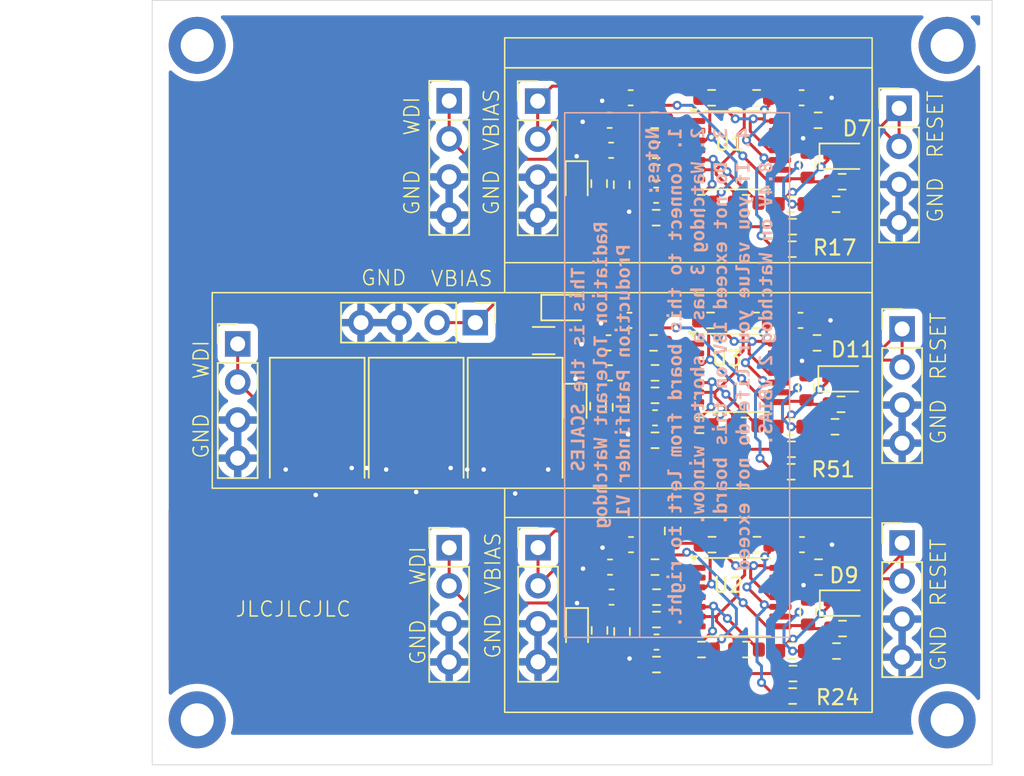
<source format=kicad_pcb>
(kicad_pcb (version 20241229) (generator "pcbnew") (generator_version "9.0")
  (layers (0 "F.Cu" signal) (2 "B.Cu" signal) (13 "F.Paste" user) (15 "B.Paste" user) (5 "F.SilkS" user "F.Silkscreen") (7 "B.SilkS" user "B.Silkscreen") (1 "F.Mask" user) (3 "B.Mask" user) (25 "Edge.Cuts" user))
  (net 0 "")
  (net 1 "Net-(C20-Pad2)")
  (net 2 "GND")
  (net 3 "Net-(U1B-+)")
  (net 4 "Net-(U1C--)")
  (net 5 "Net-(U1D--)")
  (net 6 "Net-(D6-A)")
  (net 7 "Net-(U1D-+)")
  (net 8 "Net-(D7-Pad2)")
  (net 9 "Net-(R16-Pad2)")
  (net 10 "Net-(U1B--)")
  (net 11 "Net-(U1A--)")
  (net 12 "Net-(R29-Pad1)")
  (net 13 "Net-(R31-Pad1)")
  (net 14 "Net-(U1C-+)")
  (net 15 "/Watchdog1/WDT-VP")
  (net 16 "WDT_WDI_1")
  (net 17 "WDT_WDI_3")
  (net 18 "~{RESET_3}")
  (net 19 "~{RESET_2}")
  (net 20 "~{RESET_1}")
  (net 21 "Net-(U3C-+)")
  (net 22 "Net-(R60-Pad1)")
  (net 23 "Net-(R58-Pad1)")
  (net 24 "Net-(U3A--)")
  (net 25 "/Watchdog3/WDT-VP")
  (net 26 "Net-(U3B--)")
  (net 27 "Net-(R50-Pad2)")
  (net 28 "Net-(U2C-+)")
  (net 29 "Net-(R43-Pad1)")
  (net 30 "Net-(R41-Pad1)")
  (net 31 "Net-(U2A--)")
  (net 32 "/Watchdog2/WDT-VP")
  (net 33 "Net-(U2B--)")
  (net 34 "Net-(R23-Pad2)")
  (net 35 "Net-(D11-Pad2)")
  (net 36 "Net-(U3D-+)")
  (net 37 "Net-(D10-A)")
  (net 38 "Net-(U2D-+)")
  (net 39 "Net-(D9-Pad2)")
  (net 40 "Net-(D8-A)")
  (net 41 "Net-(U3D--)")
  (net 42 "Net-(U3C--)")
  (net 43 "Net-(U3B-+)")
  (net 44 "Net-(C30-Pad2)")
  (net 45 "Net-(U2D--)")
  (net 46 "Net-(U2C--)")
  (net 47 "Net-(U2B-+)")
  (net 48 "Net-(C25-Pad2)")
  (net 49 "VBIAS_1")
  (net 50 "VBIAS_3")
  (net 51 "VBIAS_2")
  (net 52 "WDT_WDI_2")
  (net 53 "Net-(R48-Pad2)")
  (net 54 "/Watchdog2/WDT-VIN")
  (net 55 "Net-(D5-Pad1)")
  (footprint "Resistor_SMD:R_0603_1608Metric" (layer "F.Cu") (at 170.625 120.4125 180)
    (property "Reference" "R46" (hide yes))
    (property "Value" "100k")
  )
  (footprint "Package_SO:TSSOP-14_4.4x5mm_P0.65mm" (layer "F.Cu") (at 166.925 101.8505)
    (property "Reference" "U3")
    (property "Value" "TLV1704")
  )
  (footprint "Capacitor_Tantalum_SMD:CP_EIA-7361-38_AVX-V" (layer "F.Cu") (at 139 105.2 -90)
    (property "Reference" "C19" (hide yes))
    (property "Value" "220u")
  )
  (footprint "Resistor_SMD:R_1206_3216Metric" (layer "F.Cu") (at 154.1 99.7)
    (property "Reference" "R15" (hide yes))
    (property "Value" "10 (1206)")
  )
  (footprint "Resistor_SMD:R_0603_1608Metric" (layer "F.Cu") (at 170.675 93.6 180)
    (property "Reference" "R17")
    (property "Value" "10k")
  )
  (footprint "Resistor_SMD:R_0603_1608Metric" (layer "F.Cu") (at 173.6 90.6)
    (property "Reference" "R32" (hide yes))
    (property "Value" "100k")
  )
  (footprint "Capacitor_SMD:C_0603_1608Metric" (layer "F.Cu") (at 171.3 83.5 180)
    (property "Reference" "C24" (hide yes))
    (property "Value" "10u")
  )
  (footprint "Connector_PinHeader_2.54mm:PinHeader_1x04_P2.54mm_Vertical" (layer "F.Cu") (at 178 113.2)
    (property "Reference" "J14" (hide yes))
    (property "Value" "Breakout")
  )
  (footprint "Connector_PinHeader_2.54mm:PinHeader_1x04_P2.54mm_Vertical" (layer "F.Cu") (at 147.8 83.7)
    (property "Reference" "J18" (hide yes))
    (property "Value" "Breakout")
  )
  (footprint "Resistor_SMD:R_0603_1608Metric" (layer "F.Cu") (at 164.625 120.3125 180)
    (property "Reference" "R42" (hide yes))
    (property "Value" "100k")
  )
  (footprint "Diode_SMD:D_SOD-323" (layer "F.Cu") (at 174.025 102.2505)
    (property "Reference" "D11")
    (property "Value" "1N4151WS")
  )
  (footprint "Capacitor_SMD:C_0603_1608Metric" (layer "F.Cu") (at 159.9 83.5)
    (property "Reference" "C22" (hide yes))
    (property "Value" "10u")
  )
  (footprint "Resistor_SMD:R_0603_1608Metric" (layer "F.Cu") (at 161.425 99.8505 180)
    (property "Reference" "R60" (hide yes))
    (property "Value" "1k")
  )
  (footprint "Package_SO:TSSOP-14_4.4x5mm_P0.65mm" (layer "F.Cu") (at 167.025 116.8125)
    (property "Reference" "U2")
    (property "Value" "TLV1704")
  )
  (footprint "Resistor_SMD:R_0603_1608Metric" (layer "F.Cu") (at 161.5 85 180)
    (property "Reference" "R31" (hide yes))
    (property "Value" "1k")
  )
  (footprint "Capacitor_SMD:C_0603_1608Metric" (layer "F.Cu") (at 158.525 101.8505)
    (property "Reference" "C30" (hide yes))
    (property "Value" "10u")
  )
  (footprint "Connector_PinHeader_2.54mm:PinHeader_1x04_P2.54mm_Vertical" (layer "F.Cu") (at 133.7 99.92)
    (property "Reference" "J16" (hide yes))
    (property "Value" "Breakout")
  )
  (footprint "LED_SMD:LED_0603_1608Metric" (layer "F.Cu") (at 156.325 119.025 -90)
    (property "Reference" "D8" (hide yes))
    (property "Value" "GREEN")
  )
  (footprint "Capacitor_Tantalum_SMD:CP_EIA-7361-38_AVX-V" (layer "F.Cu") (at 152.2 105.2 -90)
    (property "Reference" "C15" (hide yes))
    (property "Value" "220u")
  )
  (footprint "Resistor_SMD:R_0603_1608Metric" (layer "F.Cu") (at 170.725 121.9125)
    (property "Reference" "R23" (hide yes))
    (property "Value" "10k")
  )
  (footprint "LED_SMD:LED_0603_1608Metric" (layer "F.Cu") (at 156.3 89.2125 -90)
    (property "Reference" "D6" (hide yes))
    (property "Value" "GREEN")
  )
  (footprint "Resistor_SMD:R_0603_1608Metric" (layer "F.Cu") (at 168.3 83.5 180)
    (property "Reference" "R18" (hide yes))
    (property "Value" "10k")
  )
  (footprint "Resistor_SMD:R_0603_1608Metric" (layer "F.Cu") (at 170.625 106.9505)
    (property "Reference" "R50" (hide yes))
    (property "Value" "10k")
  )
  (footprint "Resistor_SMD:R_0603_1608Metric" (layer "F.Cu") (at 167.625 120.3125)
    (property "Reference" "R26" (hide yes))
    (property "Value" "3.0k")
  )
  (footprint "Capacitor_SMD:C_0603_1608Metric" (layer "F.Cu") (at 158.5 85)
    (property "Reference" "C23" (hide yes))
    (property "Value" "10u")
  )
  (footprint "Capacitor_SMD:C_0603_1608Metric" (layer "F.Cu") (at 159.825 98.3505)
    (property "Reference" "C32" (hide yes))
    (property "Value" "10u")
  )
  (footprint "Connector_PinHeader_2.54mm:PinHeader_1x04_P2.54mm_Vertical" (layer "F.Cu") (at 147.8 113.52)
    (property "Reference" "J17" (hide yes))
    (property "Value" "Breakout")
  )
  (footprint "Capacitor_SMD:C_0603_1608Metric" (layer "F.Cu") (at 161.525 104.8505)
    (property "Reference" "C31" (hide yes))
    (property "Value" "10u")
  )
  (footprint "Connector_PinHeader_2.54mm:PinHeader_1x04_P2.54mm_Vertical" (layer "F.Cu") (at 178 98.92)
    (property "Reference" "J13" (hide yes))
    (property "Value" "Breakout")
  )
  (footprint "LED_SMD:LED_0603_1608Metric" (layer "F.Cu") (at 156.225 104.063 -90)
    (property "Reference" "D10" (hide yes))
    (property "Value" "GREEN")
  )
  (footprint "Diode_SMD:D_SOD-323" (layer "F.Cu") (at 174.125 117.2125)
    (property "Reference" "D9")
    (property "Value" "1N4151WS")
  )
  (footprint "Capacitor_SMD:C_0603_1608Metric" (layer "F.Cu") (at 171.325 113.3125 180)
    (property "Reference" "C29" (hide yes))
    (property "Value" "10u")
  )
  (footprint "Resistor_SMD:R_0603_1608Metric" (layer "F.Cu") (at 161.6 88.5)
    (property "Reference" "R29" (hide yes))
    (property "Value" "1k")
  )
  (footprint "Resistor_SMD:R_0603_1608Metric" (layer "F.Cu") (at 165.225 98.3505 180)
    (property "Reference" "R65" (hide yes))
    (property "Value" "100k")
  )
  (footprint "Diode_SMD:D_SOD-323" (layer "F.Cu") (at 174.1 87.4)
    (property "Reference" "D7")
    (property "Value" "1N4151WS")
  )
  (footprint "Resistor_SMD:R_0603_1608Metric" (layer "F.Cu") (at 165.325 113.3125 180)
    (property "Reference" "R48" (hide yes))
    (property "Value" "100k")
  )
  (footprint "Resistor_SMD:R_0603_1608Metric" (layer "F.Cu") (at 162.7 112.4 90)
    (property "Reference" "R67" (hide yes))
    (property "Value" "100k")
  )
  (footprint "Resistor_SMD:R_0603_1608Metric" (layer "F.Cu") (at 157.825 119.0375 -90)
    (property "Reference" "R38" (hide yes))
    (property "Value" "3.0k")
  )
  (footprint "Resistor_SMD:R_0603_1608Metric" (layer "F.Cu") (at 171.7 88 -90)
    (property "Reference" "R35" (hide yes))
    (property "Value" "4.7M")
  )
  (footprint "LOGO" (layer "F.Cu") (at 138 87)
    (property "Reference" "G***" (hide yes))
    (property "Value" "LOGO" (hide yes))
  )
  (footprint "Resistor_SMD:R_0603_1608Metric" (layer "F.Cu") (at 173.925 103.9505 180)
    (property "Reference" "R62" (hide yes))
    (property "Value" "100k")
  )
  (footprint "Resistor_SMD:R_0603_1608Metric" (layer "F.Cu") (at 170.6 90.6 180)
    (property "Reference" "R34" (hide yes))
    (property "Value" "100k")
  )
  (footprint "Resistor_SMD:R_0603_1608Metric" (layer "F.Cu") (at 157.8 89.225 -90)
    (property "Reference" "R21" (hide yes))
    (property "Value" "3.0k")
  )
  (footprint "Resistor_SMD:R_0603_1608Metric" (layer "F.Cu") (at 161.525 114.8125 180)
    (property "Reference" "R43" (hide yes))
    (property "Value" "1k")
  )
  (footprint "Resistor_SMD:R_0603_1608Metric" (layer "F.Cu") (at 161.6 87)
    (property "Reference" "R28" (hide yes))
    (property "Value" "10k")
  )
  (footprint "MountingHole:MountingHole_2.2mm_M2_DIN965_Pad" (layer "F.Cu") (at 181 80)
    (property "Reference" "H1" (hide yes))
    (property "Value" "MountingHole")
  )
  (footprint "Resistor_SMD:R_0603_1608Metric" (layer "F.Cu") (at 157.725 104.0755 -90)
    (property "Reference" "R55" (hide yes))
    (property "Value" "3.0k")
  )
  (footprint "Resistor_SMD:R_0603_1608Metric" (layer "F.Cu") (at 167.525 105.3505)
    (property "Reference" "R53" (hide yes))
    (property "Value" "3.0k")
  )
  (footprint "Capacitor_Tantalum_SMD:CP_EIA-7361-38_AVX-V" (layer "F.Cu") (at 145.6 105.2 -90)
    (property "Reference" "C16" (hide yes))
    (property "Value" "220u")
  )
  (footprint "Connector_PinHeader_2.54mm:PinHeader_1x04_P2.54mm_Vertical" (layer "F.Cu") (at 153.725 113.5125)
    (property "Reference" "J11" (hide yes))
    (property "Value" "Breakout")
  )
  (footprint "Resistor_SMD:R_0603_1608Metric" (layer "F.Cu") (at 161.525 101.8505)
    (property "Reference" "R57" (hide yes))
    (property "Value" "10k")
  )
  (footprint "Resistor_SMD:R_0603_1608Metric" (layer "F.Cu") (at 161.6 91.5 180)
    (property "Reference" "R20" (hide yes))
    (property "Value" "3.0k")
  )
  (footprint "Capacitor_SMD:C_0603_1608Metric" (layer "F.Cu") (at 161.6 90)
    (property "Reference" "C21" (hide yes))
    (property "Value" "10u")
  )
  (footprint "Resistor_SMD:R_0603_1608Metric" (layer "F.Cu") (at 172.4 85)
    (property "Reference" "R37" (hide yes))
    (property "Value" "100k")
  )
  (footprint "Resistor_SMD:R_0603_1608Metric" (layer "F.Cu") (at 173.525 105.4505)
    (property "Reference" "R61" (hide yes))
    (property "Value" "100k")
  )
  (footprint "LOGO" (layer "F.Cu") (at 138 87)
    (property "Reference" "G***" (hide yes))
    (property "Value" "LOGO" (hide yes))
  )
  (footprint "Resistor_SMD:R_0603_1608Metric" (layer "F.Cu") (at 168.325 113.3125 180)
    (property "Reference" "R25" (hide yes))
    (property "Value" "10k")
  )
  (footprint "Capacitor_SMD:C_0603_1608Metric" (layer "F.Cu") (at 158.525 114.8125)
    (property "Reference" "C27" (hide yes))
    (property "Value" "10u")
  )
  (footprint "Resistor_SMD:R_0603_1608Metric" (layer "F.Cu") (at 164.525 105.3505 180)
    (property "Reference" "R59" (hide yes))
    (property "Value" "100k")
  )
  (footprint "MountingHole:MountingHole_2.2mm_M2_DIN965_Pad" (layer "F.Cu") (at 131 80)
    (property "Reference" "H2" (hide yes))
    (property "Value" "MountingHole")
  )
  (footprint "Resistor_SMD:R_0603_1608Metric" (layer "F.Cu") (at 174.025 118.9125 180)
    (property "Reference" "R45" (hide yes))
    (property "Value" "100k")
  )
  (footprint "Capacitor_SMD:C_0603_1608Metric" (layer "F.Cu") (at 159.925 113.3125)
    (property "Reference" "C28" (hide yes))
    (property "Value" "10u")
  )
  (footprint "Resistor_SMD:R_0603_1608Metric" (layer "F.Cu") (at 171.725 117.8125 -90)
    (property "Reference" "R47" (hide yes))
    (property "Value" "4.7M")
  )
  (footprint "Resistor_SMD:R_0603_1608Metric" (layer "F.Cu") (at 173.625 120.4125)
    (property "Reference" "R44" (hide yes))
    (property "Value" "100k")
  )
  (footprint "Resistor_SMD:R_0603_1608Metric" (layer "F.Cu") (at 161.525 106.3505 180)
    (property "Reference" "R54" (hide yes))
    (property "Value" "3.0k")
  )
  (footprint "Resistor_SMD:R_0603_1608Metric" (layer "F.Cu") (at 172.325 99.8505)
    (property "Reference" "R66" (hide yes))
    (property "Value" "100k")
  )
  (footprint "Resistor_SMD:R_0603_1608Metric" (layer "F.Cu") (at 159.3 89.3 -90)
    (property "Reference" "R22" (hide yes))
    (property "Value" "10k")
  )
  (footprint "Resistor_SMD:R_0603_1608Metric" (layer "F.Cu") (at 159.325 119.1125 -90)
    (property "Reference" "R39" (hide yes))
    (property "Value" "10k")
  )
  (footprint "Resistor_SMD:R_0603_1608Metric" (layer "F.Cu") (at 174 89.1 180)
    (property "Reference" "R33" (hide yes))
    (property "Value" "100k")
  )
  (footprint "Resistor_SMD:R_0603_1608Metric" (layer "F.Cu") (at 159.225 104.1505 -90)
    (property "Reference" "R56" (hide yes))
    (property "Value" "10k")
  )
  (footprint "Connector_PinHeader_2.54mm:PinHeader_1x04_P2.54mm_Vertical" (layer "F.Cu") (at 153.7 83.72)
    (property "Reference" "J1" (hide yes))
    (property "Value" "Breakout")
  )
  (footprint "Resistor_SMD:R_0603_1608Metric" (layer "F.Cu") (at 165.3 83.5 180)
    (property "Reference" "R36" (hide yes))
    (property "Value" "100k")
  )
  (footprint "Resistor_SMD:R_0603_1608Metric" (layer "F.Cu") (at 167.6 90.5)
    (property "Reference" "R19" (hide yes))
    (property "Value" "3.0k")
  )
  (footprint "Resistor_SMD:R_0603_1608Metric" (layer "F.Cu") (at 168.225 98.3505 180)
    (property "Reference" "R52" (hide yes))
    (property "Value" "10k")
  )
  (footprint "Capacitor_SMD:C_0603_1608Metric" (layer "F.Cu") (at 158.6 87)
    (property "Reference" "C20" (hide yes))
    (property "Value" "10u")
  )
  (footprint "Resistor_SMD:R_0603_1608Metric" (layer "F.Cu") (at 171.625 102.8505 -90)
    (property "Reference" "R64" (hide yes))
    (property "Value" "4.7M")
  )
  (footprint "Resistor_SMD:R_0603_1608Metric" (layer "F.Cu") (at 161.625 121.3125 180)
    (property "Reference" "R27" (hide yes))
    (property "Value" "3.0k")
  )
  (footprint "Capacitor_SMD:C_0603_1608Metric" (layer "F.Cu") (at 171.225 98.3505 180)
    (property "Reference" "C34" (hide yes))
    (property "Value" "10u")
  )
  (footprint "Capacitor_SMD:C_0603_1608Metric" (layer "F.Cu") (at 158.425 99.8505)
    (property "Reference" "C33" (hide yes))
    (property "Value" "10u")
  )
  (footprint "Package_SO:TSSOP-14_4.4x5mm_P0.65mm" (layer "F.Cu") (at 167 87)
    (property "Reference" "U1")
    (property "Value" "TLV1704")
  )
  (footprint "Resistor_SMD:R_0603_1608Metric" (layer "F.Cu") (at 161.525 103.3505)
    (property "Reference" "R58" (hide yes))
    (property "Value" "1k")
  )
  (footprint "Capacitor_SMD:C_0603_1608Metric" (layer "F.Cu") (at 161.625 119.8125)
    (property "Reference" "C26" (hide yes))
    (property "Value" "10u")
  )
  (footprint "Resistor_SMD:R_0603_1608Metric" (layer "F.Cu") (at 172.425 114.8125)
    (property "Reference" "R49" (hide yes))
    (property "Value" "100k")
  )
  (footprint "Resistor_SMD:R_0603_1608Metric" (layer "F.Cu") (at 170.7 92.1)
    (property "Reference" "R16" (hide yes))
    (property "Value" "10k")
  )
  (footprint "MountingHole:MountingHole_2.2mm_M2_DIN965_Pad" (layer "F.Cu") (at 181 125)
    (property "Reference" "H4" (hide yes))
    (property "Value" "MountingHole")
  )
  (footprint "Resistor_SMD:R_0603_1608Metric" (layer "F.Cu") (at 161.625 116.8125)
    (property "Reference" "R40" (hide yes))
    (property "Value" "10k")
  )
  (footprint "Diode_SMD:D_SOD-323" (layer "F.Cu") (at 155.55 97.4955)
    (property "Reference" "D5" (hide yes))
    (property "Value" "1N4151WS")
  )
  (footprint "Resistor_SMD:R_0603_1608Metric" (layer "F.Cu") (at 170.7 123.4125 180)
    (property "Reference" "R24")
    (property "Value" "10k")
  )
  (footprint "Resistor_SMD:R_0603_1608Metric" (layer "F.Cu") (at 164.6 90.5 180)
    (property "Reference" "R30" (hide yes))
    (property "Value" "100k")
  )
  (footprint "Resistor_SMD:R_0603_1608Metric" (layer "F.Cu") (at 170.525 105.4505 180)
    (property "Reference" "R63" (hide yes))
    (property "Value" "100k")
  )
  (footprint "Resistor_SMD:R_0603_1608Metric" (layer "F.Cu") (at 161.625 118.3125)
    (property "Reference" "R41" (hide yes))
    (property "Value" "1k")
  )
  (footprint "Capacitor_SMD:C_0603_1608Metric" (layer "F.Cu") (at 158.625 116.8125)
    (property "Reference" "C25" (hide yes))
    (property "Value" "10u")
  )
  (footprint "Resistor_SMD:R_0603_1608Metric" (layer "F.Cu") (at 170.6 108.4505 180)
    (property "Reference" "R51")
    (property "Value" "10k")
  )
  (footprint "Connector_PinHeader_2.54mm:PinHeader_1x04_P2.54mm_Vertical" (layer "F.Cu") (at 149.54 98.5 -90)
    (property "Reference" "J12" (hide yes))
    (property "Value" "Breakout")
  )
  (footprint "MountingHole:MountingHole_2.2mm_M2_DIN965_Pad" (layer "F.Cu") (at 131 125)
    (property "Reference" "H3" (hide yes))
    (property "Value" "MountingHole")
  )
  (footprint "Connector_PinHeader_2.54mm:PinHeader_1x04_P2.54mm_Vertical" (layer "F.Cu") (at 177.8 84.2)
    (property "Reference" "J15" (hide yes))
    (property "Value" "Breakout")
  )
  (gr_rect (start 151.5 111.5) (end 176 124.5) (stroke (width 0.1)) (fill no) (layer "F.SilkS"))
  (gr_line (start 151.5 111.5) (end 151.5 109.55) (stroke (width 0.1)) (layer "F.SilkS"))
  (gr_line (start 176 124.5) (end 176 81.5) (stroke (width 0.1)) (layer "F.SilkS"))
  (gr_rect (start 151.5 79.5) (end 176 81.5) (stroke (width 0.1)) (fill no) (layer "F.SilkS"))
  (gr_line (start 151.5 94.5) (end 151.5 96.5) (stroke (width 0.1)) (layer "F.SilkS"))
  (gr_rect (start 151.5 81.5) (end 176 94.5) (stroke (width 0.1)) (fill no) (layer "F.SilkS"))
  (gr_rect (start 132 96.5) (end 176 109.55) (stroke (width 0.1)) (fill no) (layer "F.SilkS"))
  (gr_rect (start 155.5 84.5) (end 170.5 119.5) (stroke (width 0.1)) (fill no) (layer "B.SilkS"))
  (gr_line (start 160.5 84.5) (end 160.5 119.5) (stroke (width 0.1)) (layer "B.SilkS"))
  (gr_rect (start 128 77) (end 184 128) (stroke (width 0.05)) (fill no) (layer "Edge.Cuts"))
  (gr_text "Watchdog 3: Tokyo Drift\n" (at 154 110.9 0) (layer "F.Cu") (effects (font (size 1 1)) (justify left bottom)))
  (gr_text "Watchdog 1" (at 159 81 0) (layer "F.Cu") (effects (font (size 1 1)) (justify left bottom)))
  (gr_text "Watchdog 2: Electric Boogaloo\n" (at 152 96 0) (layer "F.Cu") (effects (font (size 1 1)) (justify left bottom)))
  (gr_text "RESET" (at 180.8 87.6 90) (layer "F.SilkS") (effects (font (size 1 1) (thickness 0.1)) (justify left bottom)))
  (gr_text "VBIAS" (at 151.2 87.1 90) (layer "F.SilkS") (effects (font (size 1 1) (thickness 0.1)) (justify left bottom)))
  (gr_text "VBIAS" (at 151.3 116.7 90) (layer "F.SilkS") (effects (font (size 1 1) (thickness 0.1)) (justify left bottom)))
  (gr_text "GND" (at 151.2 91.4 90) (layer "F.SilkS") (effects (font (size 1 1) (thickness 0.1)) (justify left bottom)))
  (gr_text "RESET" (at 181 117.5 90) (layer "F.SilkS") (effects (font (size 1 1) (thickness 0.1)) (justify left bottom)))
  (gr_text "GND" (at 141.85 96.1 0) (layer "F.SilkS") (effects (font (size 1 1) (thickness 0.1)) (justify left bottom)))
  (gr_text "GND" (at 181 106.7 90) (layer "F.SilkS") (effects (font (size 1 1) (thickness 0.1)) (justify left bottom)))
  (gr_text "WDI" (at 145.9 86.1 90) (layer "F.SilkS") (effects (font (size 1 1) (thickness 0.1)) (justify left bottom)))
  (gr_text "WDI" (at 131.85 102.35 90) (layer "F.SilkS") (effects (font (size 1 1) (thickness 0.1)) (justify left bottom)))
  (gr_text "GND" (at 180.8 91.9 90) (layer "F.SilkS") (effects (font (size 1 1) (thickness 0.1)) (justify left bottom)))
  (gr_text "GND" (at 145.9 91.4 90) (layer "F.SilkS") (effects (font (size 1 1) (thickness 0.1)) (justify left bottom)))
  (gr_text "JLCJLCJLC" (at 137.4 118.2 0) (layer "F.SilkS") (effects (font (size 1 1) (thickness 0.1)) (justify bottom)))
  (gr_text "GND" (at 151.3 121 90) (layer "F.SilkS") (effects (font (size 1 1) (thickness 0.1)) (justify left bottom)))
  (gr_text "GND" (at 146.3 121.4 90) (layer "F.SilkS") (effects (font (size 1 1) (thickness 0.1)) (justify left bottom)))
  (gr_text "RESET" (at 181 102.4 90) (layer "F.SilkS") (effects (font (size 1 1) (thickness 0.1)) (justify left bottom)))
  (gr_text "WDI" (at 146.3 116.1 90) (layer "F.SilkS") (effects (font (size 1 1) (thickness 0.1)) (justify left bottom)))
  (gr_text "VBIAS" (at 146.5 96.15 0) (layer "F.SilkS") (effects (font (size 1 1) (thickness 0.1)) (justify left bottom)))
  (gr_text "GND" (at 131.85 107.65 90) (layer "F.SilkS") (effects (font (size 1 1) (thickness 0.1)) (justify left bottom)))
  (gr_text "GND" (at 181 121.8 90) (layer "F.SilkS") (effects (font (size 1 1) (thickness 0.1)) (justify left bottom)))
  (gr_text "This is the SCALES \nRadiation Tolerant Watchdog\n Production Pathfinder V1" (at 160 102 90) (layer "B.SilkS") (effects (font (size 0.9 0.9) (thickness 0.18) (bold yes)) (justify bottom mirror)))
  (gr_text "Notes:\n1. Connect to this board from left to right.\n2. Watchdog 3 has a shorter window.\n3. Do not exceed 18V on this board.\n4. If you value your life do not exceed \n   8.4V on Watchdog 2 VBIAS." (at 169.5 85.5 90) (layer "B.SilkS") (effects (font (size 0.9 0.9) (thickness 0.18) (bold yes)) (justify left bottom mirror)))
  (segment (start 159.375 87) (end 159.375 88.4) (width 0.2) (layer "F.Cu") (net 1))
  (segment (start 160.775 87) (end 159.375 87) (width 0.2) (layer "F.Cu") (net 1))
  (segment (start 159.375 88.4) (end 159.3 88.475) (width 0.2) (layer "F.Cu") (net 1))
  (segment (start 160.85 119.8875) (end 159.825 120.9125) (width 0.2) (layer "F.Cu") (net 2))
  (segment (start 160.825 90.075) (end 159.8 91.1) (width 0.2) (layer "F.Cu") (net 2))
  (segment (start 160.75 104.9255) (end 159.725 105.9505) (width 0.2) (layer "F.Cu") (net 2))
  (segment (start 141.3 108.2) (end 142.3 108.2) (width 0.2) (layer "F.Cu") (net 2))
  (segment (start 160.85 119.8125) (end 160.85 119.8875) (width 0.2) (layer "F.Cu") (net 2))
  (segment (start 160.825 90) (end 160.825 90.075) (width 0.2) (layer "F.Cu") (net 2))
  (segment (start 160.75 104.8505) (end 160.75 104.9255) (width 0.2) (layer "F.Cu") (net 2))
  (segment (start 148.9 108.2) (end 149 108.3) (width 0.2) (layer "F.Cu") (net 2))
  (segment (start 139 109.9) (end 138.9 110) (width 0.2) (layer "F.Cu") (net 2))
  (segment (start 141.2 108.3) (end 141.3 108.2) (width 0.2) (layer "F.Cu") (net 2))
  (segment (start 156.325 118.2375) (end 156.325 117.2125) (width 0.2) (layer "F.Cu") (net 2))
  (segment (start 156.3 88.425) (end 156.3 87.4) (width 0.2) (layer "F.Cu") (net 2))
  (segment (start 156.225 103.2755) (end 156.225 102.2505) (width 0.2) (layer "F.Cu") (net 2))
  (segment (start 141.3 108.2) (end 143.5 108.2) (width 0.2) (layer "F.Cu") (net 2))
  (segment (start 152.2 108.3) (end 152.2 109.9) (width 0.2) (layer "F.Cu") (net 2))
  (segment (start 145.6 108.3) (end 143.6 108.3) (width 0.2) (layer "F.Cu") (net 2))
  (segment (start 159.825 120.4375) (end 159.325 119.9375) (width 0.2) (layer "F.Cu") (net 2))
  (segment (start 159.8 90.625) (end 159.3 90.125) (width 0.2) (layer "F.Cu") (net 2))
  (segment (start 159.725 105.4755) (end 159.225 104.9755) (width 0.2) (layer "F.Cu") (net 2))
  (segment (start 159.15 113.3125) (end 158.225 113.3125) (width 0.2) (layer "F.Cu") (net 2))
  (segment (start 159.125 83.5) (end 158.2 83.5) (width 0.2) (layer "F.Cu") (net 2))
  (segment (start 159.05 98.3505) (end 158.125 98.3505) (width 0.2) (layer "F.Cu") (net 2))
  (segment (start 160.8 121.3125) (end 160.225 121.3125) (width 0.2) (layer "F.Cu") (net 2))
  (segment (start 160.775 91.5) (end 160.2 91.5) (width 0.2) (layer "F.Cu") (net 2))
  (segment (start 160.7 106.3505) (end 160.125 106.3505) (width 0.2) (layer "F.Cu") (net 2))
  (segment (start 159.325 119.9375) (end 160.725 119.9375) (width 0.2) (layer "F.Cu") (net 2))
  (segment (start 159.3 90.125) (end 160.7 90.125) (width 0.2) (layer "F.Cu") (net 2))
  (segment (start 159.225 104.9755) (end 160.625 104.9755) (width 0.2) (layer "F.Cu") (net 2))
  (segment (start 143.5 108.2) (end 143.6 108.3) (width 0.2) (layer "F.Cu") (net 2))
  (segment (start 145.6 108.3) (end 147.8 108.3) (width 0.2) (layer "F.Cu") (net 2))
  (segment (start 160.85 121.2625) (end 160.8 121.3125) (width 0.2) (layer "F.Cu") (net 2))
  (segment (start 160.825 91.45) (end 160.775 91.5) (width 0.2) (layer "F.Cu") (net 2))
  (segment (start 160.75 106.3005) (end 160.7 106.3505) (width 0.2) (layer "F.Cu") (net 2))
  (segment (start 145.6 108.3) (end 145.6 109.8) (width 0.2) (layer "F.Cu") (net 2))
  (segment (start 172.1 113.3125) (end 173.325 113.3125) (width 0.2) (layer "F.Cu") (net 2))
  (segment (start 172.075 83.5) (end 173.3 83.5) (width 0.2) (layer "F.Cu") (net 2))
  (segment (start 172 98.3505) (end 173.225 98.3505) (width 0.2) (layer "F.Cu") (net 2))
  (segment (start 160.725 119.9375) (end 160.85 119.8125) (width 0.2) (layer "F.Cu") (net 2))
  (segment (start 160.7 90.125) (end 160.825 90) (width 0.2) (layer "F.Cu") (net 2))
  (segment (start 160.625 104.9755) (end 160.75 104.8505) (width 0.2) (layer "F.Cu") (net 2))
  (segment (start 160.225 121.3125) (end 159.825 120.9125) (width 0.2) (layer "F.Cu") (net 2))
  (segment (start 160.2 91.5) (end 159.8 91.1) (width 0.2) (layer "F.Cu") (net 2))
  (segment (start 160.125 106.3505) (end 159.725 105.9505) (width 0.2) (layer "F.Cu") (net 2))
  (segment (start 147.8 108.3) (end 147.9 108.2) (width 0.2) (layer "F.Cu") (net 2))
  (segment (start 152.2 108.3) (end 149 108.3) (width 0.2) (layer "F.Cu") (net 2))
  (segment (start 169.8875 116.1625) (end 171.275 116.1625) (width 0.2) (layer "F.Cu") (net 2))
  (segment (start 169.8625 86.35) (end 171.25 86.35) (width 0.2) (layer "F.Cu") (net 2))
  (segment (start 169.7875 101.2005) (end 171.175 101.2005) (width 0.2) (layer "F.Cu") (net 2))
  (segment (start 152.2 108.3) (end 150.1 108.3) (width 0.2) (layer "F.Cu") (net 2))
  (segment (start 152.2 108.3) (end 154.4 108.3) (width 0.2) (layer "F.Cu") (net 2))
  (segment (start 139 108.3) (end 136.9 108.3) (width 0.2) (layer "F.Cu") (net 2))
  (segment (start 157.75 114.8125) (end 156.825 114.8125) (width 0.2) (layer "F.Cu") (net 2))
  (segment (start 157.725 85) (end 156.8 85) (width 0.2) (layer "F.Cu") (net 2))
  (segment (start 157.65 99.8505) (end 156.725 99.8505) (width 0.2) (layer "F.Cu") (net 2))
  (segment (start 147.9 108.2) (end 148.9 108.2) (width 0.2) (layer "F.Cu") (net 2))
  (segment (start 158.225 113.3125) (end 158.025 113.5125) (width 0.2) (layer "F.Cu") (net 2))
  (segment (start 158.2 83.5) (end 158 83.7) (width 0.2) (layer "F.Cu") (net 2))
  (segment (start 158.125 98.3505) (end 157.925 98.5505) (width 0.2) (layer "F.Cu") (net 2))
  (segment (start 171.275 116.1625) (end 171.425 116.0125) (width 0.2) (layer "F.Cu") (net 2))
  (segment (start 171.25 86.35) (end 171.4 86.2) (width 0.2) (layer "F.Cu") (net 2))
  (segment (start 171.175 101.2005) (end 171.325 101.0505) (width 0.2) (layer "F.Cu") (net 2))
  (segment (start 157.75 113.7875) (end 158.025 113.5125) (width 0.2) (layer "F.Cu") (net 2))
  (segment (start 157.725 83.975) (end 158 83.7) (width 0.2) (layer "F.Cu") (net 2))
  (segment (start 157.65 98.8255) (end 157.925 98.5505) (width 0.2) (layer "F.Cu") (net 2))
  (segment (start 139 108.3) (end 141.2 108.3) (width 0.2) (layer "F.Cu") (net 2))
  (segment (start 157.75 114.8125) (end 157.75 113.7875) (width 0.2) (layer "F.Cu") (net 2))
  (segment (start 157.725 85) (end 157.725 83.975) (width 0.2) (layer "F.Cu") (net 2))
  (segment (start 157.65 99.8505) (end 157.65 98.8255) (width 0.2) (layer "F.Cu") (net 2))
  (segment (start 139 108.3) (end 139 109.9) (width 0.2) (layer "F.Cu") (net 2))
  (segment (start 160.85 119.8125) (end 160.85 121.2625) (width 0.2) (layer "F.Cu") (net 2))
  (segment (start 160.825 90) (end 160.825 91.45) (width 0.2) (layer "F.Cu") (net 2))
  (segment (start 160.75 104.8505) (end 160.75 106.3005) (width 0.2) (layer "F.Cu") (net 2))
  (segment (start 156.825 114.8125) (end 156.725 114.9125) (width 0.2) (layer "F.Cu") (net 2))
  (segment (start 156.8 85) (end 156.7 85.1) (width 0.2) (layer "F.Cu") (net 2))
  (segment (start 156.725 99.8505) (end 156.625 99.9505) (width 0.2) (layer "F.Cu") (net 2))
  (segment (start 159.825 120.9125) (end 159.825 120.4375) (width 0.2) (layer "F.Cu") (net 2))
  (segment (start 159.8 91.1) (end 159.8 90.625) (width 0.2) (layer "F.Cu") (net 2))
  (segment (start 159.725 105.9505) (end 159.725 105.4755) (width 0.2) (layer "F.Cu") (net 2))
  (via (at 136.9 108.3) (size 0.6) (drill 0.3) (layers "F.Cu" "B.Cu") (net 2))
  (via (at 145.6 109.8) (size 0.6) (drill 0.3) (layers "F.Cu" "B.Cu") (net 2))
  (via (at 138.9 110) (size 0.6) (drill 0.3) (layers "F.Cu" "B.Cu") (net 2))
  (via (at 159.8 91.1) (size 0.6) (drill 0.3) (layers "F.Cu" "B.Cu") (net 2))
  (via (at 159.725 105.9505) (size 0.6) (drill 0.3) (layers "F.Cu" "B.Cu") (net 2))
  (via (at 159.825 120.9125) (size 0.6) (drill 0.3) (layers "F.Cu" "B.Cu") (net 2))
  (via (at 150.1 108.3) (size 0.6) (drill 0.3) (layers "F.Cu" "B.Cu") (net 2))
  (via (at 143.6 108.3) (size 0.6) (drill 0.3) (layers "F.Cu" "B.Cu") (net 2))
  (via (at 158 83.7) (size 0.6) (drill 0.3) (layers "F.Cu" "B.Cu") (net 2))
  (via (at 158.025 113.5125) (size 0.6) (drill 0.3) (layers "F.Cu" "B.Cu") (net 2))
  (via (at 157.925 98.5505) (size 0.6) (drill 0.3) (layers "F.Cu" "B.Cu") (net 2))
  (via (at 141.3 108.2) (size 0.6) (drill 0.3) (layers "F.Cu" "B.Cu") (net 2))
  (via (at 156.3 87.4) (size 0.6) (drill 0.3) (layers "F.Cu" "B.Cu") (net 2))
  (via (at 156.325 117.2125) (size 0.6) (drill 0.3) (layers "F.Cu" "B.Cu") (net 2))
  (via (at 156.225 102.2505) (size 0.6) (drill 0.3) (layers "F.Cu" "B.Cu") (net 2))
  (via (at 149 108.3) (size 0.6) (drill 0.3) (layers "F.Cu" "B.Cu") (net 2))
  (via (at 147.9 108.2) (size 0.6) (drill 0.3) (layers "F.Cu" "B.Cu") (net 2))
  (via (at 142.3 108.2) (size 0.6) (drill 0.3) (layers "F.Cu" "B.Cu") (net 2))
  (via (at 156.7 85.1) (size 0.6) (drill 0.3) (layers "F.Cu" "B.Cu") (net 2))
  (via (at 156.725 114.9125) (size 0.6) (drill 0.3) (layers "F.Cu" "B.Cu") (net 2))
  (via (at 156.625 99.9505) (size 0.6) (drill 0.3) (layers "F.Cu" "B.Cu") (net 2))
  (via (at 171.4 86.2) (size 0.6) (drill 0.3) (layers "F.Cu" "B.Cu") (net 2))
  (via (at 171.425 116.0125) (size 0.6) (drill 0.3) (layers "F.Cu" "B.Cu") (net 2))
  (via (at 171.325 101.0505) (size 0.6) (drill 0.3) (layers "F.Cu" "B.Cu") (net 2))
  (via (at 152.2 109.9) (size 0.6) (drill 0.3) (layers "F.Cu" "B.Cu") (net 2))
  (via (at 173.3 83.5) (size 0.6) (drill 0.3) (layers "F.Cu" "B.Cu") (net 2))
  (via (at 173.325 113.3125) (size 0.6) (drill 0.3) (layers "F.Cu" "B.Cu") (net 2))
  (via (at 173.225 98.3505) (size 0.6) (drill 0.3) (layers "F.Cu" "B.Cu") (net 2))
  (via (at 154.4 108.3) (size 0.6) (drill 0.3) (layers "F.Cu" "B.Cu") (net 2))
  (segment (start 163.775 90.5) (end 162.875 90.5) (width 0.2) (layer "F.Cu") (net 3))
  (segment (start 162.375 90) (end 162.375 88.55) (width 0.2) (layer "F.Cu") (net 3))
  (segment (start 164.1375 90.1375) (end 163.775 90.5) (width 0.2) (layer "F.Cu") (net 3))
  (segment (start 162.375 88.55) (end 162.425 88.5) (width 0.2) (layer "F.Cu") (net 3))
  (segment (start 162.875 90.5) (end 162.375 90) (width 0.2) (layer "F.Cu") (net 3))
  (segment (start 164.1375 88.95) (end 164.1375 90.1375) (width 0.2) (layer "F.Cu") (net 3))
  (segment (start 171.975 89.1) (end 171.7 88.825) (width 0.2) (layer "F.Cu") (net 4))
  (segment (start 160.675 85) (end 160.675 83.5) (width 0.2) (layer "F.Cu") (net 4))
  (segment (start 159.275 85) (end 160.675 85) (width 0.2) (layer "F.Cu") (net 4))
  (segment (start 161.675 84) (end 163 84) (width 0.2) (layer "F.Cu") (net 4))
  (segment (start 168.95 88.95) (end 167.374265 87.374265) (width 0.2) (layer "F.Cu") (net 4))
  (segment (start 160.675 85) (end 161.675 84) (width 0.2) (layer "F.Cu") (net 4))
  (segment (start 169.9125 88.9) (end 169.8625 88.95) (width 0.2) (layer "F.Cu") (net 4))
  (segment (start 169.8625 88.95) (end 168.95 88.95) (width 0.2) (layer "F.Cu") (net 4))
  (segment (start 171.625 88.9) (end 169.9125 88.9) (width 0.2) (layer "F.Cu") (net 4))
  (segment (start 173.175 89.1) (end 171.975 89.1) (width 0.2) (layer "F.Cu") (net 4))
  (segment (start 171.7 88.825) (end 171.625 88.9) (width 0.2) (layer "F.Cu") (net 4))
  (via (at 167.374265 87.374265) (size 0.6) (drill 0.3) (layers "F.Cu" "B.Cu") (net 4))
  (via (at 163 84) (size 0.6) (drill 0.3) (layers "F.Cu" "B.Cu") (net 4))
  (segment (start 167.374265 87.374265) (end 164 84) (width 0.2) (layer "B.Cu") (net 4))
  (segment (start 164 84) (end 163 84) (width 0.2) (layer "B.Cu") (net 4))
  (segment (start 169.125 84.004321) (end 168.81767 84.311651) (width 0.2) (layer "F.Cu") (net 5))
  (segment (start 169.5 93.6) (end 168.6 92.7) (width 0.2) (layer "F.Cu") (net 5))
  (segment (start 169.125 83.5) (end 169.125 84.004321) (width 0.2) (layer "F.Cu") (net 5))
  (segment (start 168.924208 87.65) (end 169.8625 87.65) (width 0.2) (layer "F.Cu") (net 5))
  (segment (start 167.624265 86.324265) (end 168.786201 87.486201) (width 0.2) (layer "F.Cu") (net 5))
  (segment (start 169.85 93.6) (end 169.5 93.6) (width 0.2) (layer "F.Cu") (net 5))
  (segment (start 168.786201 87.511993) (end 168.924208 87.65) (width 0.2) (layer "F.Cu") (net 5))
  (segment (start 168.786201 87.486201) (end 168.786201 87.511993) (width 0.2) (layer "F.Cu") (net 5))
  (segment (start 169.125 83.5) (end 170.525 83.5) (width 0.2) (layer "F.Cu") (net 5))
  (via (at 168.81767 84.311651) (size 0.6) (drill 0.3) (layers "F.Cu" "B.Cu") (net 5))
  (via (at 168.786201 87.511993) (size 0.6) (drill 0.3) (layers "F.Cu" "B.Cu") (net 5))
  (via (at 167.624265 86.324265) (size 0.6) (drill 0.3) (layers "F.Cu" "B.Cu") (net 5))
  (via (at 168.6 92.7) (size 0.6) (drill 0.3) (layers "F.Cu" "B.Cu") (net 5))
  (segment (start 168.786201 87.813799) (end 168.298988 88.301012) (width 0.2) (layer "B.Cu") (net 5))
  (segment (start 168.6 91.6) (end 168.6 92.7) (width 0.2) (layer "B.Cu") (net 5))
  (segment (start 168.298988 91.298988) (end 168.6 91.6) (width 0.2) (layer "B.Cu") (net 5))
  (segment (start 168.298988 88.301012) (end 168.298988 91.298988) (width 0.2) (layer "B.Cu") (net 5))
  (segment (start 167.624265 86.324265) (end 168.81767 85.13086) (width 0.2) (layer "B.Cu") (net 5))
  (segment (start 168.81767 85.13086) (end 168.81767 84.311651) (width 0.2) (layer "B.Cu") (net 5))
  (segment (start 168.786201 87.511993) (end 168.786201 87.813799) (width 0.2) (layer "B.Cu") (net 5))
  (segment (start 156.3 90) (end 157.75 90) (width 0.2) (layer "F.Cu") (net 6))
  (segment (start 157.75 90) (end 157.8 90.05) (width 0.2) (layer "F.Cu") (net 6))
  (segment (start 168.075 84.9) (end 167.876 85.099) (width 0.2) (layer "F.Cu") (net 7))
  (segment (start 170.7 89.8) (end 170.575 89.8) (width 0.2) (layer "F.Cu") (net 7))
  (segment (start 166.125 84.15) (end 166.875 84.9) (width 0.2) (layer "F.Cu") (net 7))
  (segment (start 169.149943 87) (end 169.8625 87) (width 0.2) (layer "F.Cu") (net 7))
  (segment (start 167.876 85.099) (end 167.876 85.726057) (width 0.2) (layer "F.Cu") (net 7))
  (segment (start 168.85 85.05) (end 169.8625 85.05) (width 0.2) (layer "F.Cu") (net 7))
  (segment (start 172.825 87.175) (end 173.05 87.4) (width 0.2) (layer "F.Cu") (net 7))
  (segment (start 171.7 87.175) (end 172.825 87.175) (width 0.2) (layer "F.Cu") (net 7))
  (segment (start 168.075 84.9) (end 168.7 84.9) (width 0.2) (layer "F.Cu") (net 7))
  (segment (start 173.05 87.4) (end 173.05 87.65) (width 0.2) (layer "F.Cu") (net 7))
  (segment (start 166.125 83.5) (end 166.125 84.15) (width 0.2) (layer "F.Cu") (net 7))
  (segment (start 168.7 84.9) (end 168.85 85.05) (width 0.2) (layer "F.Cu") (net 7))
  (segment (start 169.8625 87) (end 171.525 87) (width 0.2) (layer "F.Cu") (net 7))
  (segment (start 170.575 89.8) (end 169.775 90.6) (width 0.2) (layer "F.Cu") (net 7))
  (segment (start 173.05 87.65) (end 172.6 88.1) (width 0.2) (layer "F.Cu") (net 7))
  (segment (start 167.876 85.726057) (end 169.149943 87) (width 0.2) (layer "F.Cu") (net 7))
  (segment (start 171.525 87) (end 171.7 87.175) (width 0.2) (layer "F.Cu") (net 7))
  (via (at 172.6 88.1) (size 0.6) (drill 0.3) (layers "F.Cu" "B.Cu") (net 7))
  (via (at 168.075 84.9) (size 0.6) (drill 0.3) (layers "F.Cu" "B.Cu") (net 7))
  (via (at 166.875 84.9) (size 0.6) (drill 0.3) (layers "F.Cu" "B.Cu") (net 7))
  (via (at 170.7 89.8) (size 0.6) (drill 0.3) (layers "F.Cu" "B.Cu") (net 7))
  (segment (start 170.9 89.8) (end 170.7 89.8) (width 0.2) (layer "B.Cu") (net 7))
  (segment (start 172.6 88.1) (end 170.9 89.8) (width 0.2) (layer "B.Cu") (net 7))
  (segment (start 166.875 84.9) (end 168.075 84.9) (width 0.2) (layer "B.Cu") (net 7))
  (segment (start 174.825 87.725) (end 175.15 87.4) (width 0.2) (layer "F.Cu") (net 8))
  (segment (start 174.825 89.1) (end 174.825 87.725) (width 0.2) (layer "F.Cu") (net 8))
  (segment (start 171.5 93.6) (end 171.5 92.125) (width 0.2) (layer "F.Cu") (net 9))
  (segment (start 172.925 92.1) (end 171.525 92.1) (width 0.2) (layer "F.Cu") (net 9))
  (segment (start 171.5 92.125) (end 171.525 92.1) (width 0.2) (layer "F.Cu") (net 9))
  (segment (start 174.425 90.6) (end 172.925 92.1) (width 0.2) (layer "F.Cu") (net 9))
  (segment (start 167.023265 86.876735) (end 165.6 88.3) (width 0.2) (layer "F.Cu") (net 10))
  (segment (start 166.775 90.5) (end 166.775 89.775) (width 0.2) (layer "F.Cu") (net 10))
  (segment (start 167.023265 85.976735) (end 167.023265 86.876735) (width 0.2) (layer "F.Cu") (net 10))
  (segment (start 165.6 88.6) (end 165.6 88.3) (width 0.2) (layer "F.Cu") (net 10))
  (segment (start 166.775 89.775) (end 165.6 88.6) (width 0.2) (layer "F.Cu") (net 10))
  (segment (start 167.475 85.525) (end 167.023265 85.976735) (width 0.2) (layer "F.Cu") (net 10))
  (segment (start 167.475 83.5) (end 167.475 85.525) (width 0.2) (layer "F.Cu") (net 10))
  (segment (start 165.6 88.3) (end 164.1375 88.3) (width 0.2) (layer "F.Cu") (net 10))
  (segment (start 164.1375 87) (end 162.425 87) (width 0.2) (layer "F.Cu") (net 11))
  (segment (start 164.1375 85.7) (end 163.2 85.7) (width 0.2) (layer "F.Cu") (net 12))
  (segment (start 163.2 85.7) (end 162.676 86.224) (width 0.2) (layer "F.Cu") (net 12))
  (segment (start 161.476 87.799) (end 160.775 88.5) (width 0.2) (layer "F.Cu") (net 12))
  (segment (start 162.676 86.224) (end 162.011936 86.224) (width 0.2) (layer "F.Cu") (net 12))
  (segment (start 161.476 86.759936) (end 161.476 87.799) (width 0.2) (layer "F.Cu") (net 12))
  (segment (start 162.011936 86.224) (end 161.476 86.759936) (width 0.2) (layer "F.Cu") (net 12))
  (segment (start 162.375 85.05) (end 162.325 85) (width 0.2) (layer "F.Cu") (net 13))
  (segment (start 164.1375 85.05) (end 162.375 85.05) (width 0.2) (layer "F.Cu") (net 13))
  (segment (start 170.675 90.599612) (end 171.424612 90.599612) (width 0.2) (layer "F.Cu") (net 14))
  (segment (start 171.424612 90.599612) (end 171.425 90.6) (width 0.2) (layer "F.Cu") (net 14))
  (segment (start 171.425 90.6) (end 172.775 90.6) (width 0.2) (layer "F.Cu") (net 14))
  (segment (start 170.803289 88.3) (end 171.10329 87.999999) (width 0.2) (layer "F.Cu") (net 14))
  (segment (start 169.8625 88.3) (end 170.803289 88.3) (width 0.2) (layer "F.Cu") (net 14))
  (via (at 170.675 90.599612) (size 0.6) (drill 0.3) (layers "F.Cu" "B.Cu") (net 14))
  (via (at 171.10329 87.999999) (size 0.6) (drill 0.3) (layers "F.Cu" "B.Cu") (net 14))
  (segment (start 171.10329 87.999999) (end 170.099 89.004289) (width 0.2) (layer "B.Cu") (net 14))
  (segment (start 170.099 89.004289) (end 170.099 90.048943) (width 0.2) (layer "B.Cu") (net 14))
  (segment (start 170.649669 90.599612) (end 170.675 90.599612) (width 0.2) (layer "B.Cu") (net 14))
  (segment (start 170.099 90.048943) (end 170.649669 90.599612) (width 0.2) (layer "B.Cu") (net 14))
  (segment (start 164.724 89.879919) (end 165.336158 89.267761) (width 0.2) (layer "F.Cu") (net 15))
  (segment (start 164.1375 87.65) (end 165.35 87.65) (width 0.2) (layer "F.Cu") (net 15))
  (segment (start 165.35 87.65) (end 165.4 87.6) (width 0.2) (layer "F.Cu") (net 15))
  (segment (start 168.4 90.5) (end 168.425 90.5) (width 0.2) (layer "F.Cu") (net 15))
  (segment (start 163.964064 91.5) (end 164.724 90.740064) (width 0.2) (layer "F.Cu") (net 15))
  (segment (start 166.324265 88.424265) (end 168.4 90.5) (width 0.2) (layer "F.Cu") (net 15))
  (segment (start 164.724 90.740064) (end 164.724 89.879919) (width 0.2) (layer "F.Cu") (net 15))
  (segment (start 162.425 91.5) (end 163.964064 91.5) (width 0.2) (layer "F.Cu") (net 15))
  (via (at 165.4 87.6) (size 0.6) (drill 0.3) (layers "F.Cu" "B.Cu") (net 15))
  (via (at 165.336158 89.267761) (size 0.6) (drill 0.3) (layers "F.Cu" "B.Cu") (net 15))
  (via (at 166.324265 88.424265) (size 0.6) (drill 0.3) (layers "F.Cu" "B.Cu") (net 15))
  (segment (start 165.336158 87.663842) (end 165.4 87.6) (width 0.2) (layer "B.Cu") (net 15))
  (segment (start 165.5 87.6) (end 166.324265 88.424265) (width 0.2) (layer "B.Cu") (net 15))
  (segment (start 165.4 87.6) (end 165.5 87.6) (width 0.2) (layer "B.Cu") (net 15))
  (segment (start 165.336158 89.267761) (end 165.336158 87.663842) (width 0.2) (layer "B.Cu") (net 15))
  (segment (start 157.624 86.799) (end 157.825 87) (width 0.2) (layer "F.Cu") (net 16))
  (segment (start 155.250057 87.6) (end 156.051057 86.799) (width 0.2) (layer "F.Cu") (net 16))
  (segment (start 157.8 88.4) (end 157.8 87.025) (width 0.2) (layer "F.Cu") (net 16))
  (segment (start 147.8 83.7) (end 147.8 86.24) (width 0.2) (layer "F.Cu") (net 16))
  (segment (start 149.16 87.6) (end 155.250057 87.6) (width 0.2) (layer "F.Cu") (net 16))
  (segment (start 156.051057 86.799) (end 157.624 86.799) (width 0.2) (layer "F.Cu") (net 16))
  (segment (start 147.8 86.24) (end 149.16 87.6) (width 0.2) (layer "F.Cu") (net 16))
  (segment (start 157.8 87.025) (end 157.825 87) (width 0.2) (layer "F.Cu") (net 16))
  (segment (start 155.484057 117.2035) (end 156.076057 116.6115) (width 0.2) (layer "F.Cu") (net 17))
  (segment (start 156.076057 116.6115) (end 157.649 116.6115) (width 0.2) (layer "F.Cu") (net 17))
  (segment (start 147.8 116.06) (end 148.9435 117.2035) (width 0.2) (layer "F.Cu") (net 17))
  (segment (start 157.825 118.2125) (end 157.825 116.8375) (width 0.2) (layer "F.Cu") (net 17))
  (segment (start 157.649 116.6115) (end 157.85 116.8125) (width 0.2) (layer "F.Cu") (net 17))
  (segment (start 147.8 113.52) (end 147.8 116.06) (width 0.2) (layer "F.Cu") (net 17))
  (segment (start 148.9435 117.2035) (end 155.484057 117.2035) (width 0.2) (layer "F.Cu") (net 17))
  (segment (start 157.825 116.8375) (end 157.85 116.8125) (width 0.2) (layer "F.Cu") (net 17))
  (segment (start 176.3315 115.5885) (end 178 113.92) (width 0.2) (layer "F.Cu") (net 18))
  (segment (start 170.9 115.5125) (end 171.6 114.8125) (width 0.2) (layer "F.Cu") (net 18))
  (segment (start 169.8875 115.5125) (end 170.9 115.5125) (width 0.2) (layer "F.Cu") (net 18))
  (segment (start 177.1285 115.5885) (end 178 116.46) (width 0.2) (layer "F.Cu") (net 18))
  (segment (start 178 115.74) (end 178 113.2) (width 0.2) (layer "F.Cu") (net 18))
  (segment (start 171.6 114.8125) (end 172.376 115.5885) (width 0.2) (layer "F.Cu") (net 18))
  (segment (start 172.376 115.5885) (end 176.3315 115.5885) (width 0.2) (layer "F.Cu") (net 18))
  (segment (start 176.3315 115.5885) (end 177.1285 115.5885) (width 0.2) (layer "F.Cu") (net 18))
  (segment (start 172.6495 101) (end 175.92 101) (width 0.2) (layer "F.Cu") (net 19))
  (segment (start 170.8 100.5505) (end 171.5 99.8505) (width 0.2) (layer "F.Cu") (net 19))
  (segment (start 169.7875 100.5505) (end 170.8 100.5505) (width 0.2) (layer "F.Cu") (net 19))
  (segment (start 171.5 99.8505) (end 172.6495 101) (width 0.2) (layer "F.Cu") (net 19))
  (segment (start 175.92 101) (end 177.54 101) (width 0.2) (layer "F.Cu") (net 19))
  (segment (start 175.92 101) (end 178 98.92) (width 0.2) (layer "F.Cu") (net 19))
  (segment (start 178 101.46) (end 178 98.92) (width 0.2) (layer "F.Cu") (net 19))
  (segment (start 177.54 101) (end 178 101.46) (width 0.2) (layer "F.Cu") (net 19))
  (segment (start 176.224 85.776) (end 176.836 85.776) (width 0.2) (layer "F.Cu") (net 20))
  (segment (start 176.224 85.776) (end 177.8 84.2) (width 0.2) (layer "F.Cu") (net 20))
  (segment (start 170.875 85.7) (end 171.575 85) (width 0.2) (layer "F.Cu") (net 20))
  (segment (start 169.8625 85.7) (end 170.875 85.7) (width 0.2) (layer "F.Cu") (net 20))
  (segment (start 176.836 85.776) (end 177.8 86.74) (width 0.2) (layer "F.Cu") (net 20))
  (segment (start 171.575 85) (end 172.351 85.776) (width 0.2) (layer "F.Cu") (net 20))
  (segment (start 177.8 86.74) (end 177.8 84.2) (width 0.2) (layer "F.Cu") (net 20))
  (segment (start 172.351 85.776) (end 176.224 85.776) (width 0.2) (layer "F.Cu") (net 20))
  (segment (start 170.6 105.450112) (end 171.349612 105.450112) (width 0.2) (layer "F.Cu") (net 21))
  (segment (start 171.349612 105.450112) (end 171.35 105.4505) (width 0.2) (layer "F.Cu") (net 21))
  (segment (start 171.35 105.4505) (end 172.7 105.4505) (width 0.2) (layer "F.Cu") (net 21))
  (segment (start 170.728289 103.1505) (end 171.02829 102.850499) (width 0.2) (layer "F.Cu") (net 21))
  (segment (start 169.7875 103.1505) (end 170.728289 103.1505) (width 0.2) (layer "F.Cu") (net 21))
  (via (at 170.6 105.450112) (size 0.6) (drill 0.3) (layers "F.Cu" "B.Cu") (net 21))
  (via (at 171.02829 102.850499) (size 0.6) (drill 0.3) (layers "F.Cu" "B.Cu") (net 21))
  (segment (start 171.02829 102.850499) (end 170.024 103.854789) (width 0.2) (layer "B.Cu") (net 21))
  (segment (start 170.024 103.854789) (end 170.024 104.899443) (width 0.2) (layer "B.Cu") (net 21))
  (segment (start 170.574669 105.450112) (end 170.6 105.450112) (width 0.2) (layer "B.Cu") (net 21))
  (segment (start 170.024 104.899443) (end 170.574669 105.450112) (width 0.2) (layer "B.Cu") (net 21))
  (segment (start 162.3 99.9005) (end 162.25 99.8505) (width 0.2) (layer "F.Cu") (net 22))
  (segment (start 164.0625 99.9005) (end 162.3 99.9005) (width 0.2) (layer "F.Cu") (net 22))
  (segment (start 164.0625 100.5505) (end 163.125 100.5505) (width 0.2) (layer "F.Cu") (net 23))
  (segment (start 163.125 100.5505) (end 162.601 101.0745) (width 0.2) (layer "F.Cu") (net 23))
  (segment (start 161.401 102.6495) (end 160.7 103.3505) (width 0.2) (layer "F.Cu") (net 23))
  (segment (start 162.601 101.0745) (end 161.936936 101.0745) (width 0.2) (layer "F.Cu") (net 23))
  (segment (start 161.401 101.610436) (end 161.401 102.6495) (width 0.2) (layer "F.Cu") (net 23))
  (segment (start 161.936936 101.0745) (end 161.401 101.610436) (width 0.2) (layer "F.Cu") (net 23))
  (segment (start 164.0625 101.8505) (end 162.35 101.8505) (width 0.2) (layer "F.Cu") (net 24))
  (segment (start 164.749 119.692419) (end 165.361158 119.080261) (width 0.2) (layer "F.Cu") (net 25))
  (segment (start 164.1625 117.4625) (end 165.375 117.4625) (width 0.2) (layer "F.Cu") (net 25))
  (segment (start 165.375 117.4625) (end 165.425 117.4125) (width 0.2) (layer "F.Cu") (net 25))
  (segment (start 168.425 120.3125) (end 168.45 120.3125) (width 0.2) (layer "F.Cu") (net 25))
  (segment (start 163.989064 121.3125) (end 164.749 120.552564) (width 0.2) (layer "F.Cu") (net 25))
  (segment (start 166.349265 118.236765) (end 168.425 120.3125) (width 0.2) (layer "F.Cu") (net 25))
  (segment (start 164.749 120.552564) (end 164.749 119.692419) (width 0.2) (layer "F.Cu") (net 25))
  (segment (start 162.45 121.3125) (end 163.989064 121.3125) (width 0.2) (layer "F.Cu") (net 25))
  (via (at 165.425 117.4125) (size 0.6) (drill 0.3) (layers "F.Cu" "B.Cu") (net 25))
  (via (at 165.361158 119.080261) (size 0.6) (drill 0.3) (layers "F.Cu" "B.Cu") (net 25))
  (via (at 166.349265 118.236765) (size 0.6) (drill 0.3) (layers "F.Cu" "B.Cu") (net 25))
  (segment (start 165.361158 117.476342) (end 165.425 117.4125) (width 0.2) (layer "B.Cu") (net 25))
  (segment (start 165.525 117.4125) (end 166.349265 118.236765) (width 0.2) (layer "B.Cu") (net 25))
  (segment (start 165.425 117.4125) (end 165.525 117.4125) (width 0.2) (layer "B.Cu") (net 25))
  (segment (start 165.361158 119.080261) (end 165.361158 117.476342) (width 0.2) (layer "B.Cu") (net 25))
  (segment (start 166.948265 101.727235) (end 165.525 103.1505) (width 0.2) (layer "F.Cu") (net 26))
  (segment (start 166.7 105.3505) (end 166.7 104.6255) (width 0.2) (layer "F.Cu") (net 26))
  (segment (start 166.948265 100.827235) (end 166.948265 101.727235) (width 0.2) (layer "F.Cu") (net 26))
  (segment (start 165.525 103.4505) (end 165.525 103.1505) (width 0.2) (layer "F.Cu") (net 26))
  (segment (start 166.7 104.6255) (end 165.525 103.4505) (width 0.2) (layer "F.Cu") (net 26))
  (segment (start 167.4 100.3755) (end 166.948265 100.827235) (width 0.2) (layer "F.Cu") (net 26))
  (segment (start 167.4 98.3505) (end 167.4 100.3755) (width 0.2) (layer "F.Cu") (net 26))
  (segment (start 165.525 103.1505) (end 164.0625 103.1505) (width 0.2) (layer "F.Cu") (net 26))
  (segment (start 171.425 108.4505) (end 171.425 106.9755) (width 0.2) (layer "F.Cu") (net 27))
  (segment (start 172.85 106.9505) (end 171.45 106.9505) (width 0.2) (layer "F.Cu") (net 27))
  (segment (start 171.425 106.9755) (end 171.45 106.9505) (width 0.2) (layer "F.Cu") (net 27))
  (segment (start 174.35 105.4505) (end 172.85 106.9505) (width 0.2) (layer "F.Cu") (net 27))
  (segment (start 170.7 120.412112) (end 171.449612 120.412112) (width 0.2) (layer "F.Cu") (net 28))
  (segment (start 171.449612 120.412112) (end 171.45 120.4125) (width 0.2) (layer "F.Cu") (net 28))
  (segment (start 171.45 120.4125) (end 172.8 120.4125) (width 0.2) (layer "F.Cu") (net 28))
  (segment (start 170.828289 118.1125) (end 171.12829 117.812499) (width 0.2) (layer "F.Cu") (net 28))
  (segment (start 169.8875 118.1125) (end 170.828289 118.1125) (width 0.2) (layer "F.Cu") (net 28))
  (via (at 170.7 120.412112) (size 0.6) (drill 0.3) (layers "F.Cu" "B.Cu") (net 28))
  (via (at 171.12829 117.812499) (size 0.6) (drill 0.3) (layers "F.Cu" "B.Cu") (net 28))
  (segment (start 171.12829 117.812499) (end 170.124 118.816789) (width 0.2) (layer "B.Cu") (net 28))
  (segment (start 170.124 118.816789) (end 170.124 119.861443) (width 0.2) (layer "B.Cu") (net 28))
  (segment (start 170.674669 120.412112) (end 170.7 120.412112) (width 0.2) (layer "B.Cu") (net 28))
  (segment (start 170.124 119.861443) (end 170.674669 120.412112) (width 0.2) (layer "B.Cu") (net 28))
  (segment (start 162.4 114.8625) (end 162.35 114.8125) (width 0.2) (layer "F.Cu") (net 29))
  (segment (start 164.1625 114.8625) (end 162.4 114.8625) (width 0.2) (layer "F.Cu") (net 29))
  (segment (start 164.1625 115.5125) (end 163.225 115.5125) (width 0.2) (layer "F.Cu") (net 30))
  (segment (start 163.225 115.5125) (end 162.701 116.0365) (width 0.2) (layer "F.Cu") (net 30))
  (segment (start 161.501 117.6115) (end 160.8 118.3125) (width 0.2) (layer "F.Cu") (net 30))
  (segment (start 162.701 116.0365) (end 162.036936 116.0365) (width 0.2) (layer "F.Cu") (net 30))
  (segment (start 161.501 116.572436) (end 161.501 117.6115) (width 0.2) (layer "F.Cu") (net 30))
  (segment (start 162.036936 116.0365) (end 161.501 116.572436) (width 0.2) (layer "F.Cu") (net 30))
  (segment (start 164.1625 116.8125) (end 162.45 116.8125) (width 0.2) (layer "F.Cu") (net 31))
  (segment (start 164.649 104.730419) (end 165.261158 104.118261) (width 0.2) (layer "F.Cu") (net 32))
  (segment (start 164.0625 102.5005) (end 165.275 102.5005) (width 0.2) (layer "F.Cu") (net 32))
  (segment (start 165.275 102.5005) (end 165.325 102.4505) (width 0.2) (layer "F.Cu") (net 32))
  (segment (start 168.325 105.3505) (end 168.35 105.3505) (width 0.2) (layer "F.Cu") (net 32))
  (segment (start 163.889064 106.3505) (end 164.649 105.590564) (width 0.2) (layer "F.Cu") (net 32))
  (segment (start 166.249265 103.274765) (end 168.325 105.3505) (width 0.2) (layer "F.Cu") (net 32))
  (segment (start 164.649 105.590564) (end 164.649 104.730419) (width 0.2) (layer "F.Cu") (net 32))
  (segment (start 162.35 106.3505) (end 163.889064 106.3505) (width 0.2) (layer "F.Cu") (net 32))
  (via (at 165.325 102.4505) (size 0.6) (drill 0.3) (layers "F.Cu" "B.Cu") (net 32))
  (via (at 165.261158 104.118261) (size 0.6) (drill 0.3) (layers "F.Cu" "B.Cu") (net 32))
  (via (at 166.249265 103.274765) (size 0.6) (drill 0.3) (layers "F.Cu" "B.Cu") (net 32))
  (segment (start 165.261158 102.514342) (end 165.325 102.4505) (width 0.2) (layer "B.Cu") (net 32))
  (segment (start 165.425 102.4505) (end 166.249265 103.274765) (width 0.2) (layer "B.Cu") (net 32))
  (segment (start 165.325 102.4505) (end 165.425 102.4505) (width 0.2) (layer "B.Cu") (net 32))
  (segment (start 165.261158 104.118261) (end 165.261158 102.514342) (width 0.2) (layer "B.Cu") (net 32))
  (segment (start 167.048265 116.689235) (end 165.625 118.1125) (width 0.2) (layer "F.Cu") (net 33))
  (segment (start 166.8 120.3125) (end 166.8 119.5875) (width 0.2) (layer "F.Cu") (net 33))
  (segment (start 167.048265 115.789235) (end 167.048265 116.689235) (width 0.2) (layer "F.Cu") (net 33))
  (segment (start 165.625 118.4125) (end 165.625 118.1125) (width 0.2) (layer "F.Cu") (net 33))
  (segment (start 166.8 119.5875) (end 165.625 118.4125) (width 0.2) (layer "F.Cu") (net 33))
  (segment (start 167.5 115.3375) (end 167.048265 115.789235) (width 0.2) (layer "F.Cu") (net 33))
  (segment (start 167.5 113.3125) (end 167.5 115.3375) (width 0.2) (layer "F.Cu") (net 33))
  (segment (start 165.625 118.1125) (end 164.1625 118.1125) (width 0.2) (layer "F.Cu") (net 33))
  (segment (start 171.525 123.4125) (end 171.525 121.9375) (width 0.2) (layer "F.Cu") (net 34))
  (segment (start 172.95 121.9125) (end 171.55 121.9125) (width 0.2) (layer "F.Cu") (net 34))
  (segment (start 171.525 121.9375) (end 171.55 121.9125) (width 0.2) (layer "F.Cu") (net 34))
  (segment (start 174.45 120.4125) (end 172.95 121.9125) (width 0.2) (layer "F.Cu") (net 34))
  (segment (start 174.75 102.5755) (end 175.075 102.2505) (width 0.2) (layer "F.Cu") (net 35))
  (segment (start 174.75 103.9505) (end 174.75 102.5755) (width 0.2) (layer "F.Cu") (net 35))
  (segment (start 168 99.7505) (end 167.801 99.9495) (width 0.2) (layer "F.Cu") (net 36))
  (segment (start 170.625 104.6505) (end 170.5 104.6505) (width 0.2) (layer "F.Cu") (net 36))
  (segment (start 166.05 99.0005) (end 166.8 99.7505) (width 0.2) (layer "F.Cu") (net 36))
  (segment (start 169.074943 101.8505) (end 169.7875 101.8505) (width 0.2) (layer "F.Cu") (net 36))
  (segment (start 167.801 99.9495) (end 167.801 100.576557) (width 0.2) (layer "F.Cu") (net 36))
  (segment (start 168.775 99.9005) (end 169.7875 99.9005) (width 0.2) (layer "F.Cu") (net 36))
  (segment (start 172.75 102.0255) (end 172.975 102.2505) (width 0.2) (layer "F.Cu") (net 36))
  (segment (start 171.625 102.0255) (end 172.75 102.0255) (width 0.2) (layer "F.Cu") (net 36))
  (segment (start 168 99.7505) (end 168.625 99.7505) (width 0.2) (layer "F.Cu") (net 36))
  (segment (start 172.975 102.2505) (end 172.975 102.5005) (width 0.2) (layer "F.Cu") (net 36))
  (segment (start 166.05 98.3505) (end 166.05 99.0005) (width 0.2) (layer "F.Cu") (net 36))
  (segment (start 168.625 99.7505) (end 168.775 99.9005) (width 0.2) (layer "F.Cu") (net 36))
  (segment (start 169.7875 101.8505) (end 171.45 101.8505) (width 0.2) (layer "F.Cu") (net 36))
  (segment (start 170.5 104.6505) (end 169.7 105.4505) (width 0.2) (layer "F.Cu") (net 36))
  (segment (start 172.975 102.5005) (end 172.525 102.9505) (width 0.2) (layer "F.Cu") (net 36))
  (segment (start 167.801 100.576557) (end 169.074943 101.8505) (width 0.2) (layer "F.Cu") (net 36))
  (segment (start 171.45 101.8505) (end 171.625 102.0255) (width 0.2) (layer "F.Cu") (net 36))
  (via (at 172.525 102.9505) (size 0.6) (drill 0.3) (layers "F.Cu" "B.Cu") (net 36))
  (via (at 168 99.7505) (size 0.6) (drill 0.3) (layers "F.Cu" "B.Cu") (net 36))
  (via (at 166.8 99.7505) (size 0.6) (drill 0.3) (layers "F.Cu" "B.Cu") (net 36))
  (via (at 170.625 104.6505) (size 0.6) (drill 0.3) (layers "F.Cu" "B.Cu") (net 36))
  (segment (start 170.825 104.6505) (end 170.625 104.6505) (width 0.2) (layer "B.Cu") (net 36))
  (segment (start 172.525 102.9505) (end 170.825 104.6505) (width 0.2) (layer "B.Cu") (net 36))
  (segment (start 166.8 99.7505) (end 168 99.7505) (width 0.2) (layer "B.Cu") (net 36))
  (segment (start 156.225 104.8505) (end 157.675 104.8505) (width 0.2) (layer "F.Cu") (net 37))
  (segment (start 157.675 104.8505) (end 157.725 104.9005) (width 0.2) (layer "F.Cu") (net 37))
  (segment (start 168.1 114.7125) (end 167.901 114.9115) (width 0.2) (layer "F.Cu") (net 38))
  (segment (start 170.725 119.6125) (end 170.6 119.6125) (width 0.2) (layer "F.Cu") (net 38))
  (segment (start 166.15 113.9625) (end 166.9 114.7125) (width 0.2) (layer "F.Cu") (net 38))
  (segment (start 169.174943 116.8125) (end 169.8875 116.8125) (width 0.2) (layer "F.Cu") (net 38))
  (segment (start 167.901 114.9115) (end 167.901 115.538557) (width 0.2) (layer "F.Cu") (net 38))
  (segment (start 168.875 114.8625) (end 169.8875 114.8625) (width 0.2) (layer "F.Cu") (net 38))
  (segment (start 172.85 116.9875) (end 173.075 117.2125) (width 0.2) (layer "F.Cu") (net 38))
  (segment (start 171.725 116.9875) (end 172.85 116.9875) (width 0.2) (layer "F.Cu") (net 38))
  (segment (start 168.1 114.7125) (end 168.725 114.7125) (width 0.2) (layer "F.Cu") (net 38))
  (segment (start 173.075 117.2125) (end 173.075 117.4625) (width 0.2) (layer "F.Cu") (net 38))
  (segment (start 166.15 113.3125) (end 166.15 113.9625) (width 0.2) (layer "F.Cu") (net 38))
  (segment (start 168.725 114.7125) (end 168.875 114.8625) (width 0.2) (layer "F.Cu") (net 38))
  (segment (start 169.8875 116.8125) (end 171.55 116.8125) (width 0.2) (layer "F.Cu") (net 38))
  (segment (start 170.6 119.6125) (end 169.8 120.4125) (width 0.2) (layer "F.Cu") (net 38))
  (segment (start 173.075 117.4625) (end 172.625 117.9125) (width 0.2) (layer "F.Cu") (net 38))
  (segment (start 167.901 115.538557) (end 169.174943 116.8125) (width 0.2) (layer "F.Cu") (net 38))
  (segment (start 171.55 116.8125) (end 171.725 116.9875) (width 0.2) (layer "F.Cu") (net 38))
  (via (at 172.625 117.9125) (size 0.6) (drill 0.3) (layers "F.Cu" "B.Cu") (net 38))
  (via (at 168.1 114.7125) (size 0.6) (drill 0.3) (layers "F.Cu" "B.Cu") (net 38))
  (via (at 166.9 114.7125) (size 0.6) (drill 0.3) (layers "F.Cu" "B.Cu") (net 38))
  (via (at 170.725 119.6125) (size 0.6) (drill 0.3) (layers "F.Cu" "B.Cu") (net 38))
  (segment (start 170.925 119.6125) (end 170.725 119.6125) (width 0.2) (layer "B.Cu") (net 38))
  (segment (start 172.625 117.9125) (end 170.925 119.6125) (width 0.2) (layer "B.Cu") (net 38))
  (segment (start 166.9 114.7125) (end 168.1 114.7125) (width 0.2) (layer "B.Cu") (net 38))
  (segment (start 174.85 117.5375) (end 175.175 117.2125) (width 0.2) (layer "F.Cu") (net 39))
  (segment (start 174.85 118.9125) (end 174.85 117.5375) (width 0.2) (layer "F.Cu") (net 39))
  (segment (start 156.325 119.8125) (end 157.775 119.8125) (width 0.2) (layer "F.Cu") (net 40))
  (segment (start 157.775 119.8125) (end 157.825 119.8625) (width 0.2) (layer "F.Cu") (net 40))
  (segment (start 169.05 98.854821) (end 168.74267 99.162151) (width 0.2) (layer "F.Cu") (net 41))
  (segment (start 169.425 108.4505) (end 168.525 107.5505) (width 0.2) (layer "F.Cu") (net 41))
  (segment (start 169.05 98.3505) (end 169.05 98.854821) (width 0.2) (layer "F.Cu") (net 41))
  (segment (start 168.849208 102.5005) (end 169.7875 102.5005) (width 0.2) (layer "F.Cu") (net 41))
  (segment (start 167.549265 101.174765) (end 168.711201 102.336701) (width 0.2) (layer "F.Cu") (net 41))
  (segment (start 169.775 108.4505) (end 169.425 108.4505) (width 0.2) (layer "F.Cu") (net 41))
  (segment (start 168.711201 102.362493) (end 168.849208 102.5005) (width 0.2) (layer "F.Cu") (net 41))
  (segment (start 168.711201 102.336701) (end 168.711201 102.362493) (width 0.2) (layer "F.Cu") (net 41))
  (segment (start 169.05 98.3505) (end 170.45 98.3505) (width 0.2) (layer "F.Cu") (net 41))
  (via (at 168.74267 99.162151) (size 0.6) (drill 0.3) (layers "F.Cu" "B.Cu") (net 41))
  (via (at 168.711201 102.362493) (size 0.6) (drill 0.3) (layers "F.Cu" "B.Cu") (net 41))
  (via (at 167.549265 101.174765) (size 0.6) (drill 0.3) (layers "F.Cu" "B.Cu") (net 41))
  (via (at 168.525 107.5505) (size 0.6) (drill 0.3) (layers "F.Cu" "B.Cu") (net 41))
  (segment (start 168.711201 102.664299) (end 168.223988 103.151512) (width 0.2) (layer "B.Cu") (net 41))
  (segment (start 168.525 106.4505) (end 168.525 107.5505) (width 0.2) (layer "B.Cu") (net 41))
  (segment (start 168.223988 106.149488) (end 168.525 106.4505) (width 0.2) (layer "B.Cu") (net 41))
  (segment (start 168.223988 103.151512) (end 168.223988 106.149488) (width 0.2) (layer "B.Cu") (net 41))
  (segment (start 167.549265 101.174765) (end 168.74267 99.98136) (width 0.2) (layer "B.Cu") (net 41))
  (segment (start 168.74267 99.98136) (end 168.74267 99.162151) (width 0.2) (layer "B.Cu") (net 41))
  (segment (start 168.711201 102.362493) (end 168.711201 102.664299) (width 0.2) (layer "B.Cu") (net 41))
  (segment (start 171.9 103.9505) (end 171.625 103.6755) (width 0.2) (layer "F.Cu") (net 42))
  (segment (start 160.6 99.8505) (end 160.6 98.3505) (width 0.2) (layer "F.Cu") (net 42))
  (segment (start 159.2 99.8505) (end 160.6 99.8505) (width 0.2) (layer "F.Cu") (net 42))
  (segment (start 161.6 98.8505) (end 162.925 98.8505) (width 0.2) (layer "F.Cu") (net 42))
  (segment (start 168.875 103.8005) (end 167.299265 102.224765) (width 0.2) (layer "F.Cu") (net 42))
  (segment (start 160.6 99.8505) (end 161.6 98.8505) (width 0.2) (layer "F.Cu") (net 42))
  (segment (start 169.8375 103.7505) (end 169.7875 103.8005) (width 0.2) (layer "F.Cu") (net 42))
  (segment (start 169.7875 103.8005) (end 168.875 103.8005) (width 0.2) (layer "F.Cu") (net 42))
  (segment (start 171.55 103.7505) (end 169.8375 103.7505) (width 0.2) (layer "F.Cu") (net 42))
  (segment (start 173.1 103.9505) (end 171.9 103.9505) (width 0.2) (layer "F.Cu") (net 42))
  (segment (start 171.625 103.6755) (end 171.55 103.7505) (width 0.2) (layer "F.Cu") (net 42))
  (via (at 167.299265 102.224765) (size 0.6) (drill 0.3) (layers "F.Cu" "B.Cu") (net 42))
  (via (at 162.925 98.8505) (size 0.6) (drill 0.3) (layers "F.Cu" "B.Cu") (net 42))
  (segment (start 167.299265 102.224765) (end 163.925 98.8505) (width 0.2) (layer "B.Cu") (net 42))
  (segment (start 163.925 98.8505) (end 162.925 98.8505) (width 0.2) (layer "B.Cu") (net 42))
  (segment (start 163.7 105.3505) (end 162.8 105.3505) (width 0.2) (layer "F.Cu") (net 43))
  (segment (start 162.3 104.8505) (end 162.3 103.4005) (width 0.2) (layer "F.Cu") (net 43))
  (segment (start 164.0625 104.988) (end 163.7 105.3505) (width 0.2) (layer "F.Cu") (net 43))
  (segment (start 162.3 103.4005) (end 162.35 103.3505) (width 0.2) (layer "F.Cu") (net 43))
  (segment (start 162.8 105.3505) (end 162.3 104.8505) (width 0.2) (layer "F.Cu") (net 43))
  (segment (start 164.0625 103.8005) (end 164.0625 104.988) (width 0.2) (layer "F.Cu") (net 43))
  (segment (start 159.3 101.8505) (end 159.3 103.2505) (width 0.2) (layer "F.Cu") (net 44))
  (segment (start 160.7 101.8505) (end 159.3 101.8505) (width 0.2) (layer "F.Cu") (net 44))
  (segment (start 159.3 103.2505) (end 159.225 103.3255) (width 0.2) (layer "F.Cu") (net 44))
  (segment (start 169.15 113.816821) (end 168.84267 114.124151) (width 0.2) (layer "F.Cu") (net 45))
  (segment (start 169.525 123.4125) (end 168.625 122.5125) (width 0.2) (layer "F.Cu") (net 45))
  (segment (start 169.15 113.3125) (end 169.15 113.816821) (width 0.2) (layer "F.Cu") (net 45))
  (segment (start 168.949208 117.4625) (end 169.8875 117.4625) (width 0.2) (layer "F.Cu") (net 45))
  (segment (start 167.649265 116.136765) (end 168.811201 117.298701) (width 0.2) (layer "F.Cu") (net 45))
  (segment (start 169.875 123.4125) (end 169.525 123.4125) (width 0.2) (layer "F.Cu") (net 45))
  (segment (start 168.811201 117.324493) (end 168.949208 117.4625) (width 0.2) (layer "F.Cu") (net 45))
  (segment (start 168.811201 117.298701) (end 168.811201 117.324493) (width 0.2) (layer "F.Cu") (net 45))
  (segment (start 169.15 113.3125) (end 170.55 113.3125) (width 0.2) (layer "F.Cu") (net 45))
  (via (at 168.84267 114.124151) (size 0.6) (drill 0.3) (layers "F.Cu" "B.Cu") (net 45))
  (via (at 168.811201 117.324493) (size 0.6) (drill 0.3) (layers "F.Cu" "B.Cu") (net 45))
  (via (at 167.649265 116.136765) (size 0.6) (drill 0.3) (layers "F.Cu" "B.Cu") (net 45))
  (via (at 168.625 122.5125) (size 0.6) (drill 0.3) (layers "F.Cu" "B.Cu") (net 45))
  (segment (start 168.811201 117.626299) (end 168.323988 118.113512) (width 0.2) (layer "B.Cu") (net 45))
  (segment (start 168.625 121.4125) (end 168.625 122.5125) (width 0.2) (layer "B.Cu") (net 45))
  (segment (start 168.323988 121.111488) (end 168.625 121.4125) (width 0.2) (layer "B.Cu") (net 45))
  (segment (start 168.323988 118.113512) (end 168.323988 121.111488) (width 0.2) (layer "B.Cu") (net 45))
  (segment (start 167.649265 116.136765) (end 168.84267 114.94336) (width 0.2) (layer "B.Cu") (net 45))
  (segment (start 168.84267 114.94336) (end 168.84267 114.124151) (width 0.2) (layer "B.Cu") (net 45))
  (segment (start 168.811201 117.324493) (end 168.811201 117.626299) (width 0.2) (layer "B.Cu") (net 45))
  (segment (start 172 118.9125) (end 171.725 118.6375) (width 0.2) (layer "F.Cu") (net 46))
  (segment (start 160.7 114.8125) (end 160.7 113.3125) (width 0.2) (layer "F.Cu") (net 46))
  (segment (start 159.3 114.8125) (end 160.7 114.8125) (width 0.2) (layer "F.Cu") (net 46))
  (segment (start 168.975 118.7625) (end 167.399265 117.186765) (width 0.2) (layer "F.Cu") (net 46))
  (segment (start 169.9375 118.7125) (end 169.8875 118.7625) (width 0.2) (layer "F.Cu") (net 46))
  (segment (start 163.636795 113.822243) (end 163.459038 114) (width 0.2) (layer "F.Cu") (net 46))
  (segment (start 169.8875 118.7625) (end 168.975 118.7625) (width 0.2) (layer "F.Cu") (net 46))
  (segment (start 171.65 118.7125) (end 169.9375 118.7125) (width 0.2) (layer "F.Cu") (net 46))
  (segment (start 173.2 118.9125) (end 172 118.9125) (width 0.2) (layer "F.Cu") (net 46))
  (segment (start 171.725 118.6375) (end 171.65 118.7125) (width 0.2) (layer "F.Cu") (net 46))
  (segment (start 161.5125 114) (end 160.7 114.8125) (width 0.2) (layer "F.Cu") (net 46))
  (segment (start 163.459038 114) (end 161.5125 114) (width 0.2) (layer "F.Cu") (net 46))
  (via (at 167.399265 117.186765) (size 0.6) (drill 0.3) (layers "F.Cu" "B.Cu") (net 46))
  (via (at 163.636795 113.822243) (size 0.6) (drill 0.3) (layers "F.Cu" "B.Cu") (net 46))
  (segment (start 163.646538 113.8125) (end 164.025 113.8125) (width 0.2) (layer "B.Cu") (net 46))
  (segment (start 163.636795 113.822243) (end 163.646538 113.8125) (width 0.2) (layer "B.Cu") (net 46))
  (segment (start 164.025 113.8125) (end 167.399265 117.186765) (width 0.2) (layer "B.Cu") (net 46))
  (segment (start 163.8 120.3125) (end 162.9 120.3125) (width 0.2) (layer "F.Cu") (net 47))
  (segment (start 162.4 119.8125) (end 162.4 118.3625) (width 0.2) (layer "F.Cu") (net 47))
  (segment (start 164.1625 119.95) (end 163.8 120.3125) (width 0.2) (layer "F.Cu") (net 47))
  (segment (start 162.4 118.3625) (end 162.45 118.3125) (width 0.2) (layer "F.Cu") (net 47))
  (segment (start 162.9 120.3125) (end 162.4 119.8125) (width 0.2) (layer "F.Cu") (net 47))
  (segment (start 164.1625 118.7625) (end 164.1625 119.95) (width 0.2) (layer "F.Cu") (net 47))
  (segment (start 159.4 116.8125) (end 159.4 118.2125) (width 0.2) (layer "F.Cu") (net 48))
  (segment (start 160.8 116.8125) (end 159.4 116.8125) (width 0.2) (layer "F.Cu") (net 48))
  (segment (start 159.4 118.2125) (end 159.325 118.2875) (width 0.2) (layer "F.Cu") (net 48))
  (segment (start 173.901 83.251057) (end 173.901 84.324) (width 0.2) (layer "F.Cu") (net 49))
  (segment (start 167.025 92.1) (end 165.425 90.5) (width 0.2) (layer "F.Cu") (net 49))
  (segment (start 164.475 83.5) (end 165.176 84.201) (width 0.2) (layer "F.Cu") (net 49))
  (segment (start 165.176 86.048999) (end 164.874999 86.35) (width 0.2) (layer "F.Cu") (net 49))
  (segment (start 173.901 84.324) (end 173.225 85) (width 0.2) (layer "F.Cu") (net 49))
  (segment (start 153.7 86.24) (end 153.7 83.7) (width 0.2) (layer "F.Cu") (net 49))
  (segment (start 169.875 92.1) (end 167.025 92.1) (width 0.2) (layer "F.Cu") (net 49))
  (segment (start 163.876 82.724) (end 173.373943 82.724) (width 0.2) (layer "F.Cu") (net 49))
  (segment (start 153.7 83.7) (end 154.676 82.724) (width 0.2) (layer "F.Cu") (net 49))
  (segment (start 165.176 84.201) (end 165.176 85.8) (width 0.2) (layer "F.Cu") (net 49))
  (segment (start 157 82.96) (end 157 82.724) (width 0.2) (layer "F.Cu") (net 49))
  (segment (start 165.425 90.307239) (end 165.941855 89.790384) (width 0.2) (layer "F.Cu") (net 49))
  (segment (start 173.373943 82.724) (end 173.901 83.251057) (width 0.2) (layer "F.Cu") (net 49))
  (segment (start 163.699 82.724) (end 163.7875 82.8125) (width 0.2) (layer "F.Cu") (net 49))
  (segment (start 154.676 82.724) (end 157 82.724) (width 0.2) (layer "F.Cu") (net 49))
  (segment (start 157 82.724) (end 163.699 82.724) (width 0.2) (layer "F.Cu") (net 49))
  (segment (start 163.7875 82.8125) (end 163.876 82.724) (width 0.2) (layer "F.Cu") (net 49))
  (segment (start 153.7 86.26) (end 157 82.96) (width 0.2) (layer "F.Cu") (net 49))
  (segment (start 163.7875 82.8125) (end 164.475 83.5) (width 0.2) (layer "F.Cu") (net 49))
  (segment (start 165.176 85.8) (end 165.176 86.048999) (width 0.2) (layer "F.Cu") (net 49))
  (segment (start 165.176 86.02453) (end 165.176 85.8) (width 0.2) (layer "F.Cu") (net 49))
  (segment (start 165.425 90.5) (end 165.425 90.307239) (width 0.2) (layer "F.Cu") (net 49))
  (segment (start 164.874999 86.35) (end 164.1375 86.35) (width 0.2) (layer "F.Cu") (net 49))
  (segment (start 165.27826 86.12679) (end 165.176 86.02453) (width 0.2) (layer "F.Cu") (net 49))
  (segment (start 163.876 82.724) (end 163.699 82.724) (width 0.2) (layer "F.Cu") (net 49))
  (via (at 165.27826 86.12679) (size 0.6) (drill 0.3) (layers "F.Cu" "B.Cu") (net 49))
  (via (at 165.941855 89.790384) (size 0.6) (drill 0.3) (layers "F.Cu" "B.Cu") (net 49))
  (segment (start 166.925265 87.773795) (end 165.27826 86.12679) (width 0.2) (layer "B.Cu") (net 49))
  (segment (start 165.941855 89.790384) (end 166.925265 88.806974) (width 0.2) (layer "B.Cu") (net 49))
  (segment (start 166.925265 88.806974) (end 166.925265 87.773795) (width 0.2) (layer "B.Cu") (net 49))
  (segment (start 162.710008 111.585008) (end 162.7 111.585008) (width 0.2) (layer "F.Cu") (net 50))
  (segment (start 167.05 121.9125) (end 165.45 120.3125) (width 0.2) (layer "F.Cu") (net 50))
  (segment (start 163.5875 112.4) (end 163.724 112.5365) (width 0.2) (layer "F.Cu") (net 50))
  (segment (start 165.2 114.099) (end 165.201 114.1) (width 0.2) (layer "F.Cu") (net 50))
  (segment (start 165.201 115.861499) (end 164.899999 116.1625) (width 0.2) (layer "F.Cu") (net 50))
  (segment (start 153.725 116.0525) (end 153.725 113.5125) (width 0.2) (layer "F.Cu") (net 50))
  (segment (start 169.9 121.9125) (end 167.05 121.9125) (width 0.2) (layer "F.Cu") (net 50))
  (segment (start 153.725 116.0525) (end 157 112.7775) (width 0.2) (layer "F.Cu") (net 50))
  (segment (start 162.8 111.675) (end 162.710008 111.585008) (width 0.2) (layer "F.Cu") (net 50))
  (segment (start 157 112.7775) (end 157 112.4) (width 0.2) (layer "F.Cu") (net 50))
  (segment (start 165.201 114.1) (end 165.201 115.6125) (width 0.2) (layer "F.Cu") (net 50))
  (segment (start 165.45 120.119739) (end 165.966855 119.602884) (width 0.2) (layer "F.Cu") (net 50))
  (segment (start 165.2 112.5365) (end 173.398943 112.5365) (width 0.2) (layer "F.Cu") (net 50))
  (segment (start 173.926 114.1365) (end 173.25 114.8125) (width 0.2) (layer "F.Cu") (net 50))
  (segment (start 163.724 112.5365) (end 165.2 112.5365) (width 0.2) (layer "F.Cu") (net 50))
  (segment (start 154.8375 112.4) (end 157 112.4) (width 0.2) (layer "F.Cu") (net 50))
  (segment (start 173.926 113.063557) (end 173.926 114.1365) (width 0.2) (layer "F.Cu") (net 50))
  (segment (start 157 112.4) (end 162.8 112.4) (width 0.2) (layer "F.Cu") (net 50))
  (segment (start 165.201 115.6125) (end 165.201 115.861499) (width 0.2) (layer "F.Cu") (net 50))
  (segment (start 165.2 112.5365) (end 165.2 114.099) (width 0.2) (layer "F.Cu") (net 50))
  (segment (start 162.8 112.4) (end 163.5875 112.4) (width 0.2) (layer "F.Cu") (net 50))
  (segment (start 165.201 115.83703) (end 165.201 115.6125) (width 0.2) (layer "F.Cu") (net 50))
  (segment (start 173.398943 112.5365) (end 173.926 113.063557) (width 0.2) (layer "F.Cu") (net 50))
  (segment (start 165.45 120.3125) (end 165.45 120.119739) (width 0.2) (layer "F.Cu") (net 50))
  (segment (start 164.899999 116.1625) (end 164.1625 116.1625) (width 0.2) (layer "F.Cu") (net 50))
  (segment (start 165.201 114.0135) (end 165.201 114.1) (width 0.2) (layer "F.Cu") (net 50))
  (segment (start 153.725 113.5125) (end 154.8375 112.4) (width 0.2) (layer "F.Cu") (net 50))
  (segment (start 165.30326 115.93929) (end 165.201 115.83703) (width 0.2) (layer "F.Cu") (net 50))
  (segment (start 162.8 112.4) (end 162.8 111.675) (width 0.2) (layer "F.Cu") (net 50))
  (via (at 165.30326 115.93929) (size 0.6) (drill 0.3) (layers "F.Cu" "B.Cu") (net 50))
  (via (at 165.966855 119.602884) (size 0.6) (drill 0.3) (layers "F.Cu" "B.Cu") (net 50))
  (segment (start 166.950265 117.586295) (end 165.30326 115.93929) (width 0.2) (layer "B.Cu") (net 50))
  (segment (start 165.966855 119.602884) (end 166.950265 118.619474) (width 0.2) (layer "B.Cu") (net 50))
  (segment (start 166.950265 118.619474) (end 166.950265 117.586295) (width 0.2) (layer "B.Cu") (net 50))
  (segment (start 172.524443 96.8) (end 173.826 98.101557) (width 0.2) (layer "F.Cu") (net 51))
  (segment (start 149.54 98.5) (end 151.0705 96.9695) (width 0.2) (layer "F.Cu") (net 51))
  (segment (start 147 98.5) (end 149.54 98.5) (width 0.2) (layer "F.Cu") (net 51))
  (segment (start 173.826 98.101557) (end 173.826 99.1745) (width 0.2) (layer "F.Cu") (net 51))
  (segment (start 157.2955 96.8) (end 172.524443 96.8) (width 0.2) (layer "F.Cu") (net 51))
  (segment (start 156.6 97.4955) (end 157.2955 96.8) (width 0.2) (layer "F.Cu") (net 51))
  (segment (start 156.074 96.9695) (end 156.6 97.4955) (width 0.2) (layer "F.Cu") (net 51))
  (segment (start 173.826 99.1745) (end 173.15 99.8505) (width 0.2) (layer "F.Cu") (net 51))
  (segment (start 151.0705 96.9695) (end 156.074 96.9695) (width 0.2) (layer "F.Cu") (net 51))
  (segment (start 157.75 101.8505) (end 157.549 101.6495) (width 0.2) (layer "F.Cu") (net 52))
  (segment (start 157.725 103.2505) (end 157.725 101.8755) (width 0.2) (layer "F.Cu") (net 52))
  (segment (start 153.925557 103.7) (end 134.94 103.7) (width 0.2) (layer "F.Cu") (net 52))
  (segment (start 133.7 102.46) (end 133.7 99.92) (width 0.2) (layer "F.Cu") (net 52))
  (segment (start 134.94 103.7) (end 133.7 102.46) (width 0.2) (layer "F.Cu") (net 52))
  (segment (start 157.549 101.6495) (end 155.976057 101.6495) (width 0.2) (layer "F.Cu") (net 52))
  (segment (start 155.976057 101.6495) (end 153.925557 103.7) (width 0.2) (layer "F.Cu") (net 52))
  (segment (start 157.725 101.8755) (end 157.75 101.8505) (width 0.2) (layer "F.Cu") (net 52))
  (segment (start 162.703757 113.221243) (end 164.408743 113.221243) (width 0.2) (layer "F.Cu") (net 53))
  (segment (start 162.7 113.225) (end 162.703757 113.221243) (width 0.2) (layer "F.Cu") (net 53))
  (segment (start 164.408743 113.221243) (end 164.5 113.3125) (width 0.2) (layer "F.Cu") (net 53))
  (segment (start 145.6 102.1) (end 152.2 102.1) (width 0.2) (layer "F.Cu") (net 54))
  (segment (start 166.95 106.9505) (end 165.35 105.3505) (width 0.2) (layer "F.Cu") (net 54))
  (segment (start 164.4 98.3505) (end 165.101 99.0515) (width 0.2) (layer "F.Cu") (net 54))
  (segment (start 165.101 100.899499) (end 164.799999 101.2005) (width 0.2) (layer "F.Cu") (net 54))
  (segment (start 169.8 106.9505) (end 166.95 106.9505) (width 0.2) (layer "F.Cu") (net 54))
  (segment (start 163.624 97.5745) (end 164.4 98.3505) (width 0.2) (layer "F.Cu") (net 54))
  (segment (start 145.6 102.1) (end 139 102.1) (width 0.2) (layer "F.Cu") (net 54))
  (segment (start 165.101 99.0515) (end 165.101 100.6505) (width 0.2) (layer "F.Cu") (net 54))
  (segment (start 165.35 105.157739) (end 165.866855 104.640884) (width 0.2) (layer "F.Cu") (net 54))
  (segment (start 155.5625 99.7) (end 157.688 97.5745) (width 0.2) (layer "F.Cu") (net 54))
  (segment (start 157.688 97.5745) (end 163.624 97.5745) (width 0.2) (layer "F.Cu") (net 54))
  (segment (start 165.101 100.6505) (end 165.101 100.899499) (width 0.2) (layer "F.Cu") (net 54))
  (segment (start 152.2 102.1) (end 154.6 99.7) (width 0.2) (layer "F.Cu") (net 54))
  (segment (start 165.101 100.87503) (end 165.101 100.6505) (width 0.2) (layer "F.Cu") (net 54))
  (segment (start 165.35 105.3505) (end 165.35 105.157739) (width 0.2) (layer "F.Cu") (net 54))
  (segment (start 164.799999 101.2005) (end 164.0625 101.2005) (width 0.2) (layer "F.Cu") (net 54))
  (segment (start 154.6 99.7) (end 155.5625 99.7) (width 0.2) (layer "F.Cu") (net 54))
  (segment (start 165.20326 100.97729) (end 165.101 100.87503) (width 0.2) (layer "F.Cu") (net 54))
  (via (at 165.20326 100.97729) (size 0.6) (drill 0.3) (layers "F.Cu" "B.Cu") (net 54))
  (via (at 165.866855 104.640884) (size 0.6) (drill 0.3) (layers "F.Cu" "B.Cu") (net 54))
  (segment (start 166.850265 102.624295) (end 165.20326 100.97729) (width 0.2) (layer "B.Cu") (net 54))
  (segment (start 165.866855 104.640884) (end 166.850265 103.657474) (width 0.2) (layer "B.Cu") (net 54))
  (segment (start 166.850265 103.657474) (end 166.850265 102.624295) (width 0.2) (layer "B.Cu") (net 54))
  (segment (start 154.5 97.8375) (end 152.6375 99.7) (width 0.2) (layer "F.Cu") (net 55))
  (segment (start 154.5 97.4955) (end 154.5 97.8375) (width 0.2) (layer "F.Cu") (net 55))
  (zone (net 0) (net_name "") (layer "F.Cu") (connect_pads (clearance 0.5)) (min_thickness 0.25) (fill yes (thermal_gap 0.5) (thermal_bridge_width 0.5) (island_removal_mode 1) (island_area_min 10))
    (polygon (pts (xy 129.1 110.9) (xy 129.1 122.4) (xy 145.1 122.4) (xy 145.1 110.9)))
  )
  (zone (net 2) (net_name "GND") (layer "B.Cu") (name "GND") (priority 1) (connect_pads (clearance 0.5)) (min_thickness 0.25) (fill yes (thermal_gap 0.5) (thermal_bridge_width 0.5) (island_removal_mode 1) (island_area_min 10))
    (polygon (pts (xy 129.1 78) (xy 129.1 126) (xy 183.2 126) (xy 183.2 78)))
  )
)
</source>
